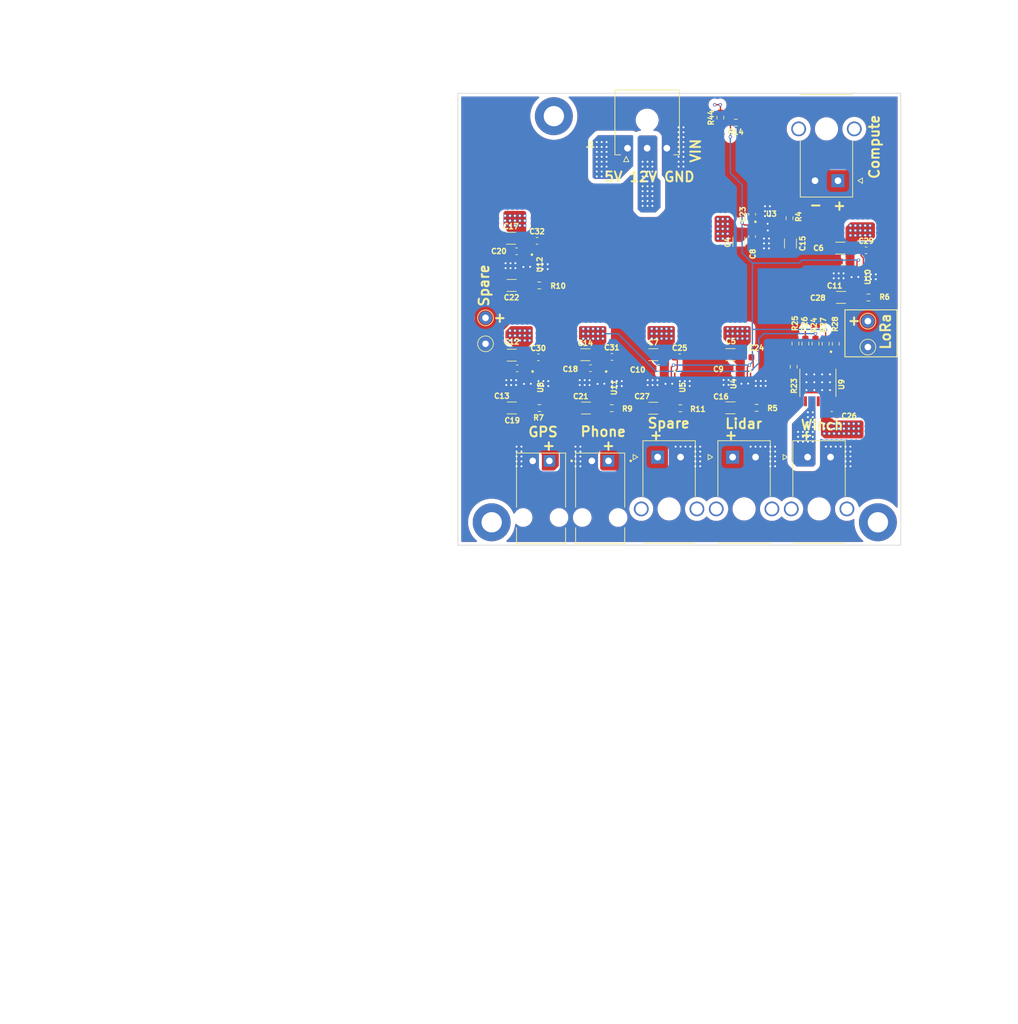
<source format=kicad_pcb>
(kicad_pcb (version 20241229) (generator "pcbnew") (generator_version "9.0")
  (layers (0 "F.Cu" signal) (4 "In1.Cu" power) (6 "In2.Cu" power) (2 "B.Cu" signal) (13 "F.Paste" user) (15 "B.Paste" user) (5 "F.SilkS" user "F.Silkscreen") (7 "B.SilkS" user "B.Silkscreen") (1 "F.Mask" user) (3 "B.Mask" user) (25 "Edge.Cuts" user))
  (net 0 "")
  (net 1 "GND")
  (net 2 "+12V")
  (net 3 "+5V")
  (net 4 "/+12V-3A")
  (net 5 "/+12V-2.5A")
  (net 6 "/+5V-2A")
  (net 7 "/+5V-3A_1")
  (net 8 "/+5V-3A_2")
  (net 9 "/+12V-1A")
  (net 10 "/+12V-0.2A")
  (net 13 "Net-(U9-ILIM)")
  (net 14 "Net-(U9-~{FAULT})")
  (net 15 "Net-(U9-SNS)")
  (net 16 "Net-(U9-LATCH)")
  (net 17 "Net-(U9-DIAG_EN)")
  (net 18 "Net-(U9-EN)")
  (net 20 "/+12V-7A")
  (net 29 "Net-(U3-DVDT)")
  (net 30 "Net-(U4-DVDT)")
  (net 31 "Net-(U5-DVDT)")
  (net 32 "Net-(U10-DVDT)")
  (net 33 "Net-(U8-DVDT)")
  (net 34 "Net-(U3-ILM)")
  (net 35 "Net-(U4-ILM)")
  (net 36 "Net-(U10-ILM)")
  (net 37 "Net-(U8-ILM)")
  (net 38 "Net-(U11-ILM)")
  (net 39 "Net-(U12-ILM)")
  (net 40 "Net-(U5-ILM)")
  (net 41 "/V_EN")
  (net 49 "Net-(U11-DVDT)")
  (net 50 "Net-(U12-DVDT)")
  (footprint "Library:TestPoint_Loop_D2.50mm_Drill1.0mm" (layer "F.Cu") (at 102.562 87.2498)
    (property "Reference" "TP4" (hide yes))
    (property "Value" "Spare")
  )
  (footprint "Library:SON50P200X200X80-9N" (layer "F.Cu") (at 130.7045 93.3573 -90)
    (property "Reference" "U5")
    (property "Value" "TPS259571DSGR")
  )
  (footprint "Resistor_SMD:R_0603_1608Metric" (layer "F.Cu") (at 140.812 53.4898 180)
    (property "Reference" "R14")
    (property "Value" "715k/0603/1%")
  )
  (footprint "Capacitor_SMD:C_0603_1608Metric" (layer "F.Cu") (at 121.862 89.2598)
    (property "Reference" "C31")
    (property "Value" "3.3nF/50V/0603")
  )
  (footprint "Library:MountingHole_3.1-5.8" (layer "F.Cu") (at 103.5 114.5)
    (property "Reference" "H3" (hide yes))
    (property "Value" "MountingHole_Pad")
  )
  (footprint "Capacitor_SMD:C_1206_3216Metric" (layer "F.Cu") (at 106.572 88.9898 180)
    (property "Reference" "C12")
    (property "Value" "10u/50V/1206")
  )
  (footprint "Capacitor_SMD:C_0603_1608Metric" (layer "F.Cu") (at 143.292 67.4698 90)
    (property "Reference" "C23")
    (property "Value" "3.3nF/50V/0603")
  )
  (footprint "Library:SON50P200X200X80-9N" (layer "F.Cu") (at 159.052 77.0673 -90)
    (property "Reference" "U10")
    (property "Value" "TPS259571DSGR")
  )
  (footprint "Capacitor_SMD:C_0603_1608Metric" (layer "F.Cu") (at 160.692 72.9898)
    (property "Reference" "C29")
    (property "Value" "3.3nF/50V/0603")
  )
  (footprint "Capacitor_SMD:C_1206_3216Metric" (layer "F.Cu") (at 117.812 88.9198 180)
    (property "Reference" "C14")
    (property "Value" "10u/50V/1206")
  )
  (footprint "Capacitor_SMD:C_1206_3216Metric" (layer "F.Cu") (at 156.862 80.1698 180)
    (property "Reference" "C28")
    (property "Value" "10u/50V/1206")
  )
  (footprint "Resistor_SMD:R_0603_1608Metric" (layer "F.Cu") (at 151.422 87.2248 -90)
    (property "Reference" "R26")
    (property "Value" "4.99k/0603/1%")
  )
  (footprint "Library:MountingHole_3.1-5.8" (layer "F.Cu") (at 162.5 114.5)
    (property "Reference" "H2" (hide yes))
    (property "Value" "MountingHole_Pad")
  )
  (footprint "Resistor_SMD:R_0603_1608Metric" (layer "F.Cu") (at 110.772 78.3398 180)
    (property "Reference" "R10")
    (property "Value" "590R/0603/1%")
  )
  (footprint "Library:SON50P200X200X80-9N" (layer "F.Cu") (at 145.6745 69.3698)
    (property "Reference" "U3")
    (property "Value" "TPS259571DSGR")
  )
  (footprint "Capacitor_SMD:C_0603_1608Metric" (layer "F.Cu") (at 143.947 89.3098)
    (property "Reference" "C24")
    (property "Value" "3.3nF/50V/0603")
  )
  (footprint "Library:TE_5-104361-1" (layer "F.Cu") (at 121.343875 105.12905 180)
    (property "Reference" "Phone1" (hide yes))
    (property "Value" "5-104361-1")
  )
  (footprint "Capacitor_SMD:C_1206_3216Metric" (layer "F.Cu") (at 117.912 97.0598 180)
    (property "Reference" "C21")
    (property "Value" "10u/50V/1206")
  )
  (footprint "Capacitor_SMD:C_0603_1608Metric" (layer "F.Cu") (at 110.432 71.5398)
    (property "Reference" "C32")
    (property "Value" "3.3nF/50V/0603")
  )
  (footprint "Resistor_SMD:R_0603_1608Metric" (layer "F.Cu") (at 149.632 90.7598 90)
    (property "Reference" "R23")
    (property "Value" "12.7k/0603/1%")
  )
  (footprint "Capacitor_SMD:C_1206_3216Metric" (layer "F.Cu") (at 106.582 97.0498 180)
    (property "Reference" "C19")
    (property "Value" "10u/50V/1206")
  )
  (footprint "Capacitor_SMD:C_1206_3216Metric" (layer "F.Cu") (at 149.142 71.9348 -90)
    (property "Reference" "C15")
    (property "Value" "1uF/50V/1206")
  )
  (footprint "Capacitor_SMD:C_1206_3216Metric" (layer "F.Cu") (at 141.262 71.6798 -90)
    (property "Reference" "C4")
    (property "Value" "10u/50V/1206")
  )
  (footprint "Library:SON50P200X200X80-9N" (layer "F.Cu") (at 120.242 93.3673 -90)
    (property "Reference" "U11")
    (property "Value" "TPS259571DSGR")
  )
  (footprint "Resistor_SMD:R_0603_1608Metric" (layer "F.Cu") (at 143.972 97.0298 180)
    (property "Reference" "R5")
    (property "Value" "681R/0603/1%")
  )
  (footprint "Library:TestPoint_Loop_D2.50mm_Drill1.0mm" (layer "F.Cu") (at 160.962 87.7498)
    (property "Reference" "TP2" (hide yes))
    (property "Value" "Lora")
  )
  (footprint "Resistor_SMD:R_0603_1608Metric" (layer "F.Cu") (at 110.792 97.0598 180)
    (property "Reference" "R7")
    (property "Value" "806R/0603/1%")
  )
  (footprint "Capacitor_SMD:C_1206_3216Metric" (layer "F.Cu") (at 156.762 72.6398 180)
    (property "Reference" "C6")
    (property "Value" "10u/50V/1206")
  )
  (footprint "Library:IC_TPS1HC30BQPWPRQ1" (layer "F.Cu") (at 153.382 93.1198 -90)
    (property "Reference" "U9")
    (property "Value" "TPS1HC30BQPWPRQ1")
  )
  (footprint "Resistor_SMD:R_0603_1608Metric" (layer "F.Cu") (at 138.442 52.7298 90)
    (property "Reference" "R44")
    (property "Value" "1M/0603/1%")
  )
  (footprint "Library:MOLEX_1723103102" (layer "F.Cu") (at 140.307625 104.5498)
    (property "Reference" "Lidar1" (hide yes))
    (property "Value" "1723103102")
  )
  (footprint "Capacitor_SMD:C_0603_1608Metric" (layer "F.Cu") (at 155.452 98.0998)
    (property "Reference" "C26")
    (property "Value" "100n/50V/0603")
  )
  (footprint "Capacitor_SMD:C_1206_3216Metric" (layer "F.Cu") (at 139.982 97.0298 180)
    (property "Reference" "C16")
    (property "Value" "10u/50V/1206")
  )
  (footprint "Capacitor_SMD:C_1206_3216Metric" (layer "F.Cu") (at 106.452 71.1398 180)
    (property "Reference" "C17")
    (property "Value" "10u/50V/1206")
  )
  (footprint "Capacitor_SMD:C_0603_1608Metric" (layer "F.Cu") (at 132.222 89.3198)
    (property "Reference" "C25")
    (property "Value" "3.3nF/50V/0603")
  )
  (footprint "Library:MountingHole_3.1-5.8" (layer "F.Cu") (at 113 52.5)
    (property "Reference" "H1" (hide yes))
    (property "Value" "MountingHole_Pad")
  )
  (footprint "Library:MOLEX_1723103102" (layer "F.Cu") (at 156.392 62.3498 180)
    (property "Reference" "Computer1" (hide yes))
    (property "Value" "1723103102")
  )
  (footprint "Resistor_SMD:R_0603_1608Metric" (layer "F.Cu") (at 154.512 87.2348 -90)
    (property "Reference" "R27")
    (property "Value" "4.99k/0603/1%")
  )
  (footprint "Library:TestPoint_Loop_D2.50mm_Drill1.0mm" (layer "F.Cu") (at 160.962 83.7898)
    (property "Reference" "TP1" (hide yes))
    (property "Value" "Lora")
  )
  (footprint "Capacitor_SMD:C_0603_1608Metric" (layer "F.Cu") (at 118.592 90.9698 180)
    (property "Reference" "C18")
    (property "Value" "100n/50V/0603")
  )
  (footprint "Resistor_SMD:R_0603_1608Metric" (layer "F.Cu") (at 156.062 87.2448 -90)
    (property "Reference" "R28")
    (property "Value" "4.99k/0603/1%")
  )
  (footprint "Library:SON50P200X200X80-9N" (layer "F.Cu") (at 108.892 75.5273 -90)
    (property "Reference" "U12")
    (property "Value" "TPS259571DSGR")
  )
  (footprint "Library:MOLEX_1723103102" (layer "F.Cu") (at 151.762 104.5498)
    (property "Reference" "Winch1" (hide yes))
    (property "Value" "1723103102")
  )
  (footprint "Capacitor_SMD:C_0603_1608Metric" (layer "F.Cu") (at 107.302 73.1298 180)
    (property "Reference" "C20")
    (property "Value" "100n/50V/0603")
  )
  (footprint "Capacitor_SMD:C_1206_3216Metric" (layer "F.Cu") (at 139.982 88.8998 180)
    (property "Reference" "C5")
    (property "Value" "10u/50V/1206")
  )
  (footprint "Capacitor_SMD:C_1206_3216Metric" (layer "F.Cu") (at 128.202 88.9198 180)
    (property "Reference" "C7")
    (property "Value" "10u/50V/1206")
  )
  (footprint "Capacitor_SMD:C_1206_3216Metric" (layer "F.Cu") (at 128.192 97.0798 180)
    (property "Reference" "C27")
    (property "Value" "10u/50V/1206")
  )
  (footprint "Library:MOLEX_1723103102" (layer "F.Cu") (at 128.85325 104.5498)
    (property "Reference" "Spare1" (hide yes))
    (property "Value" "1723103102")
  )
  (footprint "Resistor_SMD:R_0603_1608Metric" (layer "F.Cu") (at 149.002 68.0748 -90)
    (property "Reference" "R4")
    (property "Value" "590R/0603/1%")
  )
  (footprint "Library:TE_5-104361-1" (layer "F.Cu") (at 112.3145 105.12905 180)
    (property "Reference" "GPS1" (hide yes))
    (property "Value" "5-104361-1")
  )
  (footprint "Capacitor_SMD:C_0603_1608Metric" (layer "F.Cu") (at 143.282 70.8798 -90)
    (property "Reference" "C8")
    (property "Value" "100n/50V/0603")
  )
  (footprint "Library:TestPoint_Loop_D2.50mm_Drill1.0mm" (layer "F.Cu") (at 102.562 83.2898)
    (property "Reference" "TP3" (hide yes))
    (property "Value" "Spare")
  )
  (footprint "Library:SON50P200X200X80-9N" (layer "F.Cu") (at 109.002 93.3673 -90)
    (property "Reference" "U8")
    (property "Value" "TPS259571DSGR")
  )
  (footprint "Capacitor_SMD:C_0603_1608Metric" (layer "F.Cu") (at 107.402 90.9998 180)
    (property "Reference" "C13")
    (property "Value" "100n/50V/0603")
  )
  (footprint "Capacitor_SMD:C_0603_1608Metric" (layer "F.Cu") (at 129.002 90.9498 180)
    (property "Reference" "C10")
    (property "Value" "100n/50V/0603")
  )
  (footprint "Capacitor_SMD:C_0603_1608Metric" (layer "F.Cu") (at 110.637 89.3098)
    (property "Reference" "C30")
    (property "Value" "3.3nF/50V/0603")
  )
  (footprint "Resistor_SMD:R_0603_1608Metric" (layer "F.Cu") (at 121.852 97.0798 180)
    (property "Reference" "R9")
    (property "Value" "590R/0603/1%")
  )
  (footprint "Capacitor_SMD:C_0603_1608Metric" (layer "F.Cu") (at 140.762 90.9498 180)
    (property "Reference" "C9")
    (property "Value" "100n/50V/0603")
  )
  (footprint "Resistor_SMD:R_0603_1608Metric" (layer "F.Cu") (at 152.962 87.2248 90)
    (property "Reference" "R24")
    (property "Value" "10k/0603/1%")
  )
  (footprint "Capacitor_SMD:C_1206_3216Metric" (layer "F.Cu") (at 106.542 78.3398 180)
    (property "Reference" "C22")
    (property "Value" "10u/50V/1206")
  )
  (footprint "Resistor_SMD:R_0603_1608Metric" (layer "F.Cu") (at 149.902 87.2148 90)
    (property "Reference" "R25")
    (property "Value" "1k/0603/1%")
  )
  (footprint "Resistor_SMD:R_0603_1608Metric" (layer "F.Cu") (at 161.052 80.1898 180)
    (property "Reference" "R6")
    (property "Value" "4.22k/0603/1%")
  )
  (footprint "Capacitor_SMD:C_0603_1608Metric" (layer "F.Cu") (at 157.472 74.6798 180)
    (property "Reference" "C11")
    (property "Value" "100n/50V/0603")
  )
  (footprint "Library:MOLEX_2157601003" (layer "F.Cu") (at 124.252 57.3898 180)
    (property "Reference" "J1")
    (property "Value" "2157601003")
  )
  (footprint "Library:SON50P200X200X80-9N" (layer "F.Cu") (at 142.302 93.3573 -90)
    (property "Reference" "U4")
    (property "Value" "TPS259571DSGR")
  )
  (footprint "Resistor_SMD:R_0603_1608Metric" (layer "F.Cu") (at 132.332 97.0898 180)
    (property "Reference" "R11")
    (property "Value" "1.82k/0603/1%")
  )
  (gr_rect (start 157.462 82.0698) (end 165.422 89.2398) (stroke (width 0.15)) (fill no) (layer "F.SilkS"))
  (gr_rect (start 98.349 49) (end 166 118) (stroke (width 0.1)) (fill no) (layer "Edge.Cuts"))
  (gr_text "Spare" (at 127.162 100.2598 0) (layer "F.SilkS") (effects (font (size 1.5 1.5) (thickness 0.3) (bold yes)) (justify left bottom)))
  (gr_text "Compute" (at 162.832 62.2398 90) (layer "F.SilkS") (effects (font (size 1.5 1.5) (thickness 0.3) (bold yes)) (justify left bottom)))
  (gr_text "+" (at 139.292 100.1498 270) (layer "F.SilkS") (effects (font (size 1.5 1.5) (thickness 0.3) (bold yes)) (justify left bottom)))
  (gr_text "VIN\n" (at 135.532 59.7498 90) (layer "F.SilkS") (effects (font (size 1.5 1.5) (thickness 0.3) (bold yes)) (justify left bottom)))
  (gr_text "+" (at 120.572 101.7398 270) (layer "F.SilkS") (effects (font (size 1.5 1.5) (thickness 0.3) (bold yes)) (justify left bottom)))
  (gr_text "GPS" (at 108.932 101.5898 0) (layer "F.SilkS") (effects (font (size 1.5 1.5) (thickness 0.3) (bold yes)) (justify left bottom)))
  (gr_text "Lidar" (at 139.012 100.3198 0) (layer "F.SilkS") (effects (font (size 1.5 1.5) (thickness 0.3) (bold yes)) (justify left bottom)))
  (gr_text "+" (at 111.462 101.7398 270) (layer "F.SilkS") (effects (font (size 1.5 1.5) (thickness 0.3) (bold yes)) (justify left bottom)))
  (gr_text "+" (at 155.852 65.0998 270) (layer "F.SilkS") (effects (font (size 1.5 1.5) (thickness 0.3) (bold yes)) (justify left bottom)))
  (gr_text "-" (at 151.882 66.9098 0) (layer "F.SilkS") (effects (font (size 1.5 1.5) (thickness 0.3) (bold yes)) (justify left bottom)))
  (gr_text "+" (at 103.972 82.2098 270) (layer "F.SilkS") (effects (font (size 1.5 1.5) (thickness 0.3) (bold yes)) (justify left bottom)))
  (gr_text "Phone\n" (at 116.912 101.5398 0) (layer "F.SilkS") (effects (font (size 1.5 1.5) (thickness 0.3) (bold yes)) (justify left bottom)))
  (gr_text "Spare" (at 103.202 81.7198 90) (layer "F.SilkS") (effects (font (size 1.5 1.5) (thickness 0.3) (bold yes)) (justify left bottom)))
  (gr_text "Winch" (at 150.562 100.5298 0) (layer "F.SilkS") (effects (font (size 1.5 1.5) (thickness 0.3) (bold yes)) (justify left bottom)))
  (gr_text "+" (at 150.812 100.1398 270) (layer "F.SilkS") (effects (font (size 1.5 1.5) (thickness 0.3) (bold yes)) (justify left bottom)))
  (gr_text "LoRa " (at 164.552 88.2898 90) (layer "F.SilkS") (effects (font (size 1.5 1.5) (thickness 0.3) (bold yes)) (justify left bottom)))
  (gr_text "5V 12V GND" (at 120.542 62.6398 0) (layer "F.SilkS") (effects (font (size 1.5 1.5) (thickness 0.3) (bold yes)) (justify left bottom)))
  (gr_text "+" (at 158.092 82.6598 270) (layer "F.SilkS") (effects (font (size 1.5 1.5) (thickness 0.3) (bold yes)) (justify left bottom)))
  (gr_text "+" (at 127.842 100.1498 270) (layer "F.SilkS") (effects (font (size 1.5 1.5) (thickness 0.3) (bold yes)) (justify left bottom)))
  (via (at 127.327 93.5498) (size 0.5) (drill 0.3) (layers "F.Cu" "B.Cu") (net 1))
  (via (at 120.702 93.3498) (size 0.5) (drill 0.3) (layers "F.Cu" "B.Cu") (net 1))
  (via (at 132.802 56.4498) (size 0.5) (drill 0.3) (layers "F.Cu" "B.Cu") (net 1))
  (via (at 128.077 92.7998) (size 0.5) (drill 0.3) (layers "F.Cu" "B.Cu") (net 1))
  (via (at 107.302 102.9498) (size 0.5) (drill 0.3) (layers "F.Cu" "B.Cu") (net 1))
  (via (at 133.85325 102.9498) (size 0.5) (drill 0.3) (layers "F.Cu" "B.Cu") (net 1))
  (via (at 135.35325 105.9498) (size 0.5) (drill 0.3) (layers "F.Cu" "B.Cu") (net 1))
  (via (at 128.077 93.5498) (size 0.5) (drill 0.3) (layers "F.Cu" "B.Cu") (net 1))
  (via (at 116.952 92.7998) (size 0.5) (drill 0.3) (layers "F.Cu" "B.Cu") (net 1))
  (via (at 108.052 104.4498) (size 0.5) (drill 0.3) (layers "F.Cu" "B.Cu") (net 1))
  (via (at 157.252 77.2473) (size 0.5) (drill 0.3) (layers "F.Cu" "B.Cu") (net 1))
  (via (at 156.802 102.9498) (size 0.5) (drill 0.3) (layers "F.Cu" "B.Cu") (net 1))
  (via (at 145.852 71.9248) (size 0.5) (drill 0.3) (layers "F.Cu" "B.Cu") (net 1))
  (via (at 132.802 54.1998) (size 0.5) (drill 0.3) (layers "F.Cu" "B.Cu") (net 1))
  (via (at 108.052 102.9498) (size 0.5) (drill 0.3) (layers "F.Cu" "B.Cu") (net 1))
  (via (at 116.302 105.1998) (size 0.5) (drill 0.3) (layers "F.Cu" "B.Cu") (net 1))
  (via (at 145.677 69.9498) (size 0.5) (drill 0.3) (layers "F.Cu" "B.Cu") (net 1))
  (via (at 134.60325 104.4498) (size 0.5) (drill 0.3) (layers "F.Cu" "B.Cu") (net 1))
  (via (at 157.552 104.4498) (size 0.5) (drill 0.3) (layers "F.Cu" "B.Cu") (net 1))
  (via (at 146.002 67.7498) (size 0.5) (drill 0.3) (layers "F.Cu" "B.Cu") (net 1))
  (via (at 134.60325 103.6998) (size 0.5) (drill 0.3) (layers "F.Cu" "B.Cu") (net 1))
  (via (at 143.052 102.9498) (size 0.5) (drill 0.3) (layers "F.Cu" "B.Cu") (net 1))
  (via (at 116.302 104.4498) (size 0.5) (drill 0.3) (layers "F.Cu" "B.Cu") (net 1))
  (via (at 127.327 92.7998) (size 0.5) (drill 0.3) (layers "F.Cu" "B.Cu") (net 1))
  (via (at 146.802 105.1998) (size 0.5) (drill 0.3) (layers "F.Cu" "B.Cu") (net 1))
  (via (at 109.477 93.3498) (size 0.5) (drill 0.3) (layers "F.Cu" "B.Cu") (net 1))
  (via (at 112.152 93.6998) (size 0.5) (drill 0.3) (layers "F.Cu" "B.Cu") (net 1))
  (via (at 111.402 93.6998) (size 0.5) (drill 0.3) (layers "F.Cu" "B.Cu") (net 1))
  (via (at 145.252 66.9998) (size 0.5) (drill 0.3) (layers "F.Cu" "B.Cu") (net 1))
  (via (at 146.002 66.9998) (size 0.5) (drill 0.3) (layers "F.Cu" "B.Cu") (net 1))
  (via (at 135.35325 103.6998) (size 0.5) (drill 0.3) (layers "F.Cu" "B.Cu") (net 1))
  (via (at 141.652 93.3498) (size 0.5) (drill 0.3) (layers "F.Cu" "B.Cu") (net 1))
  (via (at 132.052 58.6998) (size 0.5) (drill 0.3) (layers "F.Cu" "B.Cu") (net 1))
  (via (at 122.627 93.6998) (size 0.5) (drill 0.3) (layers "F.Cu" "B.Cu") (net 1))
  (via (at 107.227 92.7998) (size 0.5) (drill 0.3) (layers "F.Cu" "B.Cu") (net 1))
  (via (at 145.252 66.2498) (size 0.5) (drill 0.3) (layers "F.Cu" "B.Cu") (net 1))
  (via (at 130.052 93.3748) (size 0.5) (drill 0.3) (layers "F.Cu" "B.Cu") (net 1))
  (via (at 144.552 102.9498) (size 0.5) (drill 0.3) (layers "F.Cu" "B.Cu") (net 1))
  (via (at 107.127 75.6998) (size 0.5) (drill 0.3) (layers "F.Cu" "B.Cu") (net 1))
  (via (at 134.60325 105.9498) (size 0.5) (drill 0.3) (layers "F.Cu" "B.Cu") (net 1))
  (via (at 116.302 103.6998) (size 0.5) (drill 0.3) (layers "F.Cu" "B.Cu") (net 1))
  (via (at 143.852 93.6748) (size 0.5) (drill 0.3) (layers "F.Cu" "B.Cu") (net 1))
  (via (at 119.677 93.3748) (size 0.5) (drill 0.3) (layers "F.Cu" "B.Cu") (net 1))
  (via (at 157.552 105.1998) (size 0.5) (drill 0.3) (layers "F.Cu" "B.Cu") (net 1))
  (via (at 112.152 92.9498) (size 0.5) (drill 0.3) (layers "F.Cu" "B.Cu") (net 1))
  (via (at 110.552 75.8498) (size 0.5) (drill 0.3) (layers "F.Cu" "B.Cu") (net 1))
  (via (at 160.677 77.3973) (size 0.5) (drill 0.3) (layers "F.Cu" "B.Cu") (net 1))
  (via (at 132.802 58.6998) (size 0.5) (drill 0.3) (layers "F.Cu" "B.Cu") (net 1))
  (via (at 122.627 92.9498) (size 0.5) (drill 0.3) (layers "F.Cu" "B.Cu") (net 1))
  (via (at 144.602 93.6748) (size 0.5) (drill 0.3) (layers "F.Cu" "B.Cu") (net 1))
  (via (at 138.927 93.5248) (size 0.5) (drill 0.3) (layers "F.Cu" "B.Cu") (net 1))
  (via (at 146.802 103.6998) (size 0.5) (drill 0.3) (layers "F.Cu" "B.Cu") (net 1))
  (via (at 108.452 93.3748) (size 0.5) (drill 0.3) (layers "F.Cu" "B.Cu") (net 1))
  (via (at 131.077 93.3498) (size 0.5) (drill 0.3) (layers "F.Cu" "B.Cu") (net 1))
  (via (at 133.752 92.9498) (size 0.5) (drill 0.3) (layers "F.Cu" "B.Cu") (net 1))
  (via (at 135.35325 104.4498) (size 0.5) (drill 0.3) (layers "F.Cu" "B.Cu") (net 1))
  (via (at 132.802 57.9498) (size 0.5) (drill 0.3) (layers "F.Cu" "B.Cu") (net 1))
  (via (at 107.302 105.9498) (size 0.5) (drill 0.3) (layers "F.Cu" "B.Cu") (net 1))
  (via (at 145.102 71.9248) (size 0.5) (drill 0.3) (layers "F.Cu" "B.Cu") (net 1))
  (via (at 108.052 105.1998) (size 0.5) (drill 0.3) (layers "F.Cu" "B.Cu") (net 1))
  (via (at 146.802 105.9498) (size 0.5) (drill 0.3) (layers "F.Cu" "B.Cu") (net 1))
  (via (at 158.302 102.9498) (size 0.5) (drill 0.3) (layers "F.Cu" "B.Cu") (net 1))
  (via (at 145.852 71.1748) (size 0.5) (drill 0.3) (layers "F.Cu" "B.Cu") (net 1))
  (via (at 146.002 66.2498) (size 0.5) (drill 0.3) (layers "F.Cu" "B.Cu") (net 1))
  (via (at 158.302 105.1998) (size 0.5) (drill 0.3) (layers "F.Cu" "B.Cu") (net 1))
  (via (at 121.877 92.9498) (size 0.5) (drill 0.3) (layers "F.Cu" "B.Cu") (net 1))
  (via (at 106.477 92.7998) (size 0.5) (drill 0.3) (layers "F.Cu" "B.Cu") (net 1))
  (via (at 132.802 57.1998) (size 0.5) (drill 0.3) (layers "F.Cu" "B.Cu") (net 1))
  (via (at 107.127 74.9498) (size 0.5) (drill 0.3) (layers "F.Cu" "B.Cu") (net 1))
  (via (at 162.177 76.6473) (size 0.5) (drill 0.3) (layers "F.Cu" "B.Cu") (net 1))
  (via (at 132.802 55.6998) (size 0.5) (drill 0.3) (layers "F.Cu" "B.Cu") (net 1))
  (via (at 105.627 75.6998) (size 0.5) (drill 0.3) (layers "F.Cu" "B.Cu") (net 1))
  (via (at 116.302 105.9498) (size 0.5) (drill 0.3) (layers "F.Cu" "B.Cu") (net 1))
  (via (at 135.35325 105.1998) (size 0.5) (drill 0.3) (layers "F.Cu" "B.Cu") (net 1))
  (via (at 132.802 59.4498) (size 0.5) (drill 0.3) (layers "F.Cu" "B.Cu") (net 1))
  (via (at 158.302 103.6998) (size 0.5) (drill 0.3) (layers "F.Cu" "B.Cu") (net 1))
  (via (at 132.252 92.9498) (size 0.5) (drill 0.3) (layers "F.Cu" "B.Cu") (net 1))
  (via (at 145.352 93.6748) (size 0.5) (drill 0.3) (layers "F.Cu" "B.Cu") (net 1))
  (via (at 110.552 75.0998) (size 0.5) (drill 0.3) (layers "F.Cu" "B.Cu") (net 1))
  (via (at 142.677 93.3248) (size 0.5) (drill 0.3) (layers "F.Cu" "B.Cu") (net 1))
  (via (at 157.552 102.9498) (size 0.5) (drill 0.3) (layers "F.Cu" "B.Cu") (net 1))
  (via (at 134.60325 105.1998) (size 0.5) (drill 0.3) (layers "F.Cu" "B.Cu") (net 1))
  (via (at 111.302 75.8498) (size 0.5) (drill 0.3) (layers "F.Cu" "B.Cu") (net 1))
  (via (at 134.60325 102.9498) (size 0.5) (drill 0.3) (layers "F.Cu" "B.Cu") (net 1))
  (via (at 112.052 75.0998) (size 0.5) (drill 0.3) (layers "F.Cu" "B.Cu") (net 1))
  (via (at 105.727 93.5498) (size 0.5) (drill 0.3) (layers "F.Cu" "B.Cu") (net 1))
  (via (at 157.552 105.9498) (size 0.5) (drill 0.3) (layers "F.Cu" "B.Cu") (net 1))
  (via (at 140.427 92.7748) (size 0.5) (drill 0.3) (layers "F.Cu" "B.Cu") (net 1))
  (via (at 145.252 67.7498) (size 0.5) (drill 0.3) (layers "F.Cu" "B.Cu") (net 1))
  (via (at 132.052 54.1998) (size 0.5) (drill 0.3) (layers "F.Cu" "B.Cu") (net 1))
  (via (at 146.052 104.4498) (size 0.5) (drill 0.3) (layers "F.Cu" "B.Cu") (net 1))
  (via (at 160.677 76.6473) (size 0.5) (drill 0.3) (layers "F.Cu" "B.Cu") (net 1))
  (via (at 156.502 76.4973) (size 0.5) (drill 0.3) (layers "F.Cu" "B.Cu") (net 1))
  (via (at 105.727 92.7998) (size 0.5) (drill 0.3) (layers "F.Cu" "B.Cu") (net 1))
  (via (at 145.302 102.9498) (size 0.5) (drill 0.3) (layers "F.Cu" "B.Cu") (net 1))
  (via (at 110.652 93.6998) (size 0.5) (drill 0.3) (layers "F.Cu" "B.Cu") (net 1))
  (via (at 117.052 104.4498) (size 0.5) (drill 0.3) (layers "F.Cu" "B.Cu") (net 1))
  (via (at 106.477 93.5498) (size 0.5) (drill 0.3) (layers "F.Cu" "B.Cu") (net 1))
  (via (at 128.827 92.7998) (size 0.5) (drill 0.3) (layers "F.Cu" "B.Cu") (net 1))
  (via (at 145.352 92.9248) (size 0.5) (drill 0.3) (layers "F.Cu" "B.Cu") (net 1))
  (via (at 121.877 93.6998) (size 0.5) (drill 0.3) (layers "F.Cu" "B.Cu") (net 1))
  (via (at 161.427 76.6473) (size 0.5) (drill 0.3) (layers "F.Cu" "B.Cu") (net 1))
  (via (at 146.802 104.4498) (size 0.5) (drill 0.3) (layers "F.Cu" "B.Cu") (net 1))
  (via (at 158.477 77.0723) (size 0.5) (drill 0.3) (layers "F.Cu" "B.Cu") (net 1))
  (via (at 143.802 102.9498) (size 0.5) (drill 0.3) (layers "F.Cu" "B.Cu") (net 1))
  (via (at 107.302 104.4498) (size 0.5) (drill 0.3) (layers "F.Cu" "B.Cu") (net 1))
  (via (at 158.302 104.4498) (size 0.5) (drill 0.3) (layers "F.Cu" "B.Cu") (net 1))
  (via (at 132.052 55.6998) (size 0.5) (drill 0.3) (layers "F.Cu" "B.Cu") (net 1))
  (via (at 112.052 75.8498) (size 0.5) (drill 0.3) (layers "F.Cu" "B.Cu") (net 1))
  (via (at 105.627 74.9498) (size 0.5) (drill 0.3) (layers "F.Cu" "B.Cu") (net 1))
  (via (at 111.302 75.0998) (size 0.5) (drill 0.3) (layers "F.Cu" "B.Cu") (net 1))
  (via (at 162.177 77.3973) (size 0.5) (drill 0.3) (layers "F.Cu" "B.Cu") (net 1))
  (via (at 154.552 102.9498) (size 0.5) (drill 0.3) (layers "F.Cu" "B.Cu") (net 1))
  (via (at 108.352 75.5248) (size 0.5) (drill 0.3) (layers "F.Cu" "B.Cu") (net 1))
  (via (at 161.427 77.3973) (size 0.5) (drill 0.3) (layers "F.Cu" "B.Cu") (net 1))
  (via (at 106.377 75.6998) (size 0.5) (drill 0.3) (layers "F.Cu" "B.Cu") (net 1))
  (via (at 138.927 92.7748) (size 0.5) (drill 0.3) (layers "F.Cu" "B.Cu") (net 1))
  (via (at 108.052 105.9498) (size 0.5) (drill 0.3) (layers "F.Cu" "B.Cu") (net 1))
  (via (at 146.052 103.6998) (size 0.5) (drill 0.3) (layers "F.Cu" "B.Cu") (net 1))
  (via (at 117.052 103.6998) (size 0.5) (drill 0.3) (layers "F.Cu" "B.Cu") (net 1))
  (via (at 132.052 57.9498) (size 0.5) (drill 0.3) (layers "F.Cu" "B.Cu") (net 1))
  (via (at 132.802 54.9498) (size 0.5) (drill 0.3) (layers "F.Cu" "B.Cu") (net 1))
  (via (at 128.827 93.5498) (size 0.5) (drill 0.3) (layers "F.Cu" "B.Cu") (net 1))
  (via (at 131.60325 102.9498) (size 0.5) (drill 0.3) (layers "F.Cu" "B.Cu") (net 1))
  (via (at 156.502 77.2473) (size 0.5) (drill 0.3) (layers "F.Cu" "B.Cu") (net 1))
  (via (at 146.802 102.9498) (size 0.5) (drill 0.3) (layers "F.Cu" "B.Cu") (net 1))
  (via (at 123.377 93.6998) (size 0.5) (drill 0.3) (layers "F.Cu" "B.Cu") (net 1))
  (via (at 132.052 54.9498) (size 0.5) (drill 0.3) (layers "F.Cu" "B.Cu") (net 1))
  (via (at 132.052 60.1998) (size 0.5) (drill 0.3) (layers "F.Cu" "B.Cu") (net 1))
  (via (at 111.402 92.9498) (size 0.5) (drill 0.3) (layers "F.Cu" "B.Cu") (net 1))
  (via (at 155.302 102.9498) (size 0.5) (drill 0.3) (layers "F.Cu" "B.Cu") (net 1))
  (via (at 143.852 92.9248) (size 0.5) (drill 0.3) (layers "F.Cu" "B.Cu") (net 1))
  (via (at 145.852 72.6748) (size 0.5) (drill 0.3) (layers "F.Cu" "B.Cu") (net 1))
  (via (at 155.752 77.2473) (size 0.5) (drill 0.3) (layers "F.Cu" "B.Cu") (net 1))
  (via (at 155.752 76.4973) (size 0.5) (drill 0.3) (layers "F.Cu" "B.Cu") (net 1))
  (via (at 116.952 93.5498) (size 0.5) (drill 0.3) (layers "F.Cu" "B.Cu") (net 1))
  (via (at 132.052 59.4498) (size 0.5) (drill 0.3) (layers "F.Cu" "B.Cu") (net 1))
  (via (at 140.427 93.5248) (size 0.5) (drill 0.3) (layers "F.Cu" "B.Cu") (net 1))
  (via (at 145.102 72.6748) (size 0.5) (drill 0.3) (layers "F.Cu" "B.Cu") (net 1))
  (via (at 146.052 105.9498) (size 0.5) (drill 0.3) (layers "F.Cu" "B.Cu") (net 1))
  (via (at 157.252 76.4973) (size 0.5) (drill 0.3) (layers "F.Cu" "B.Cu") (net 1))
  (via (at 117.052 102.9498) (size 0.5) (drill 0.3) (layers "F.Cu" "B.Cu") (net 1))
  (via (at 132.802 60.1998) (size 0.5) (drill 0.3) (layers "F.Cu" "B.Cu") (net 1))
  (via (at 133.10325 102.9498) (size 0.5) (drill 0.3) (layers "F.Cu" "B.Cu") (net 1))
  (via (at 106.377 74.9498) (size 0.5) (drill 0.3) (layers "F.Cu" "B.Cu") (net 1))
  (via (at 159.502 77.0473) (size 0.5) (drill 0.3) (layers "F.Cu" "B.Cu") (net 1))
  (via (at 117.702 92.7998) (size 0.5) (drill 0.3) (layers "F.Cu" "B.Cu") (net 1))
  (via (at 157.552 103.6998) (size 0.5) (drill 0.3) (layers "F.Cu" "B.Cu") (net 1))
  (via (at 139.677 92.7748) (size 0.5) (drill 0.3) (layers "F.Cu" "B.Cu") (net 1))
  (via (at 132.35325 102.9498) (size 0.5) (drill 0.3) (layers "F.Cu" "B.Cu") (net 1))
  (via (at 133.752 93.6998) (size 0.5) (drill 0.3) (layers "F.Cu" "B.Cu") (net 1))
  (via (at 107.302 103.6998) (size 0.5) (drill 0.3) (layers "F.Cu" "B.Cu") (net 1))
  (via (at 109.377 75.4998) (size 0.5) (drill 0.3) (layers "F.Cu" "B.Cu") (net 1))
  (via (at 107.227 93.5498) (size 0.5) (drill 0.3) (layers "F.Cu" "B.Cu") (net 1))
  (via (at 117.052 105.1998) (size 0.5) (drill 0.3) (layers "F.Cu" "B.Cu") (net 1))
  (via (at 118.452 92.7998) (size 0.5) (drill 0.3) (layers "F.Cu" "B.Cu") (net 1))
  (via (at 110.652 92.9498) (size 0.5) (drill 0.3) (layers "F.Cu" "B.Cu") (net 1))
  (via (at 135.35325 102.9498) (size 0.5) (drill 0.3) (layers "F.Cu" "B.Cu") (net 1))
  (via (at 158.302 105.9498) (size 0.5) (drill 0.3) (layers "F.Cu" "B.Cu") (net 1))
  (via (at 117.702 93.5498) (size 0.5) (drill 0.3) (layers "F.Cu" "B.Cu") (net 1))
  (via (at 118.452 93.5498) (size 0.5) (drill 0.3) (layers "F.Cu" "B.Cu") (net 1))
  (via (at 139.677 93.5248) (size 0.5) (drill 0.3) (layers "F.Cu" "B.Cu") (net 1))
  (via (at 146.052 105.1998) (size 0.5) (drill 0.3) (layers "F.Cu" "B.Cu") (net 1))
  (via (at 145.652 68.9248) (size 0.5) (drill 0.3) (layers "F.Cu" "B.Cu") (net 1))
  (via (at 133.002 93.6998) (size 0.5) (drill 0.3) (layers "F.Cu" "B.Cu") (net 1))
  (via (at 123.377 92.9498) (size 0.5) (drill 0.3) (layers "F.Cu" "B.Cu") (net 1))
  (via (at 145.102 71.1748) (size 0.5) (drill 0.3) (layers "F.Cu" "B.Cu") (net 1))
  (via (at 108.052 103.6998) (size 0.5) (drill 0.3) (layers "F.Cu" "B.Cu") (net 1))
  (via (at 107.302 105.1998) (size 0.5) (drill 0.3) (layers "F.Cu" "B.Cu") (net 1))
  (via (at 133.002 92.9498) (size 0.5) (drill 0.3) (layers "F.Cu" "B.Cu") (net 1))
  (via (at 116.302 102.9498) (size 0.5) (drill 0.3) (layers "F.Cu" "B.Cu") (net 1))
  (via (at 132.252 93.6998) (size 0.5) (drill 0.3) (layers "F.Cu" "B.Cu") (net 1))
  (via (at 144.602 92.9248) (size 0.5) (drill 0.3) (layers "F.Cu" "B.Cu") (net 1))
  (via (at 132.052 57.1998) (size 0.5) (drill 0.3) (layers "F.Cu" "B.Cu") (net 1))
  (via (at 132.052 56.4498) (size 0.5) (drill 0.3) (layers "F.Cu" "B.Cu") (net 1))
  (via (at 156.052 102.9498) (size 0.5) (drill 0.3) (layers "F.Cu" "B.Cu") (net 1))
  (via (at 146.052 102.9498) (size 0.5) (drill 0.3) (layers "F.Cu" "B.Cu") (net 1))
  (via (at 117.052 105.9498) (size 0.5) (drill 0.3) (layers "F.Cu" "B.Cu") (net 1))
  (segment (start 138.442 51.9048) (end 138.442 50.7648) (width 0.2) (layer "F.Cu") (net 2))
  (segment (start 138.442 50.7648) (end 138.427 50.7498) (width 0.2) (layer "F.Cu") (net 2))
  (segment (start 138.427 50.7498) (end 137.572 50.7498) (width 0.2) (layer "F.Cu") (net 2))
  (via (at 129.4545 84.9498) (size 0.5) (drill 0.3) (layers "F.Cu" "B.Cu") (net 2))
  (via (at 158.052 100.1998) (size 0.5) (drill 0.3) (layers "F.Cu" "B.Cu") (net 2))
  (via (at 156.552 100.9498) (size 0.5) (drill 0.3) (layers "F.Cu" "B.Cu") (net 2))
  (via (at 127.302 63.1998) (size 0.5) (drill 0.3) (layers "F.Cu" "B.Cu") (net 2))
  (via (at 126.552 66.1998) (size 0.5) (drill 0.3) (layers "F.Cu" "B.Cu") (net 2))
  (via (at 138.802 70.4498) (size 0.5) (drill 0.3) (layers "F.Cu" "B.Cu") (net 2))
  (via (at 138.052 71.1998) (size 0.5) (drill 0.3) (layers "F.Cu" "B.Cu") (net 2))
  (via (at 142.552 86.4498) (size 0.5) (drill 0.3) (layers "F.Cu" "B.Cu") (net 2))
  (via (at 161.302 69.9498) (size 0.5) (drill 0.3) (layers "F.Cu" "B.Cu") (net 2))
  (via (at 139.552 84.9498) (size 0.5) (drill 0.3) (layers "F.Cu" "B.Cu") (net 2))
  (via (at 139.552 68.1998) (size 0.5) (drill 0.3) (layers "F.Cu" "B.Cu") (net 2))
  (via (at 127.302 60.9498) (size 0.5) (drill 0.3) (layers "F.Cu" "B.Cu") (net 2))
  (via (at 126.552 61.6998) (size 0.5) (drill 0.3) (layers "F.Cu" "B.Cu") (net 2))
  (via (at 138.427 50.7498) (size 0.5) (drill 0.3) (layers "F.Cu" "B.Cu") (net 2))
  (via (at 159.052 70.6998) (size 0.5) (drill 0.3) (layers "F.Cu" "B.Cu") (net 2))
  (via (at 126.552 59.4498) (size 0.5) (drill 0.3) (layers "F.Cu" "B.Cu") (net 2))
  (via (at 126.552 63.9498) (size 0.5) (drill 0.3) (layers "F.Cu" "B.Cu") (net 2))
  (via (at 160.552 69.9498) (size 0.5) (drill 0.3) (layers "F.Cu" "B.Cu") (net 2))
  (via (at 126.552 64.6998) (size 0.5) (drill 0.3) (layers "F.Cu" "B.Cu") (net 2))
  (via (at 138.802 68.1998) (size 0.5) (drill 0.3) (layers "F.Cu" "B.Cu") (net 2))
  (via (at 138.052 70.4498) (size 0.5) (drill 0.3) (layers "F.Cu" "B.Cu") (net 2))
  (via (at 141.802 86.4498) (size 0.5) (drill 0.3) (layers "F.Cu" "B.Cu") (net 2))
  (via (at 159.552 99.4498) (size 0.5) (drill 0.3) (layers "F.Cu" "B.Cu") (net 2))
  (via (at 137.572 50.7498) (size 0.5) (drill 0.3) (layers "F.Cu" "B.Cu") (net 2))
  (via (at 139.552 68.9498) (size 0.5) (drill 0.3) (layers "F.Cu" "B.Cu") (net 2))
  (via (at 161.302 69.1998) (size 0.5) (drill 0.3) (layers "F.Cu" "B.Cu") (net 2))
  (via (at 130.2045 85.6998) (size 0.5) (drill 0.3) (layers "F.Cu" "B.Cu") (net 2))
  (via (at 130.2045 84.9498) (size 0.5) (drill 0.3) (layers "F.Cu" "B.Cu") (net 2))
  (via (at 160.552 69.1998) (size 0.5) (drill 0.3) (layers "F.Cu" "B.Cu") (net 2))
  (via (at 128.052 65.4498) (size 0.5) (drill 0.3) (layers "F.Cu" "B.Cu") (net 2))
  (via (at 128.052 63.1998) (size 0.5) (drill 0.3) (layers "F.Cu" "B.Cu") (net 2))
  (via (at 129.4545 86.4498) (size 0.5) (drill 0.3) (layers "F.Cu" "B.Cu") (net 2))
  (via (at 128.7045 86.4498) (size 0.5) (drill 0.3) (layers "F.Cu" "B.Cu") (net 2))
  (via (at 139.552 70.4498) (size 0.5) (drill 0.3) (layers "F.Cu" "B.Cu") (net 2))
  (via (at 128.052 61.6998) (size 0.5) (drill 0.3) (layers "F.Cu" "B.Cu") (net 2))
  (via (at 160.552 70.6998) (size 0.5) (drill 0.3) (layers "F.Cu" "B.Cu") (net 2))
  (via (at 159.802 70.6998) (size 0.5) (drill 0.3) (layers "F.Cu" "B.Cu") (net 2))
  (via (at 155.802 100.9498) (size 0.5) (drill 0.3) (layers "F.Cu" "B.Cu") (net 2))
  (via (at 159.552 100.1998) (size 0.5) (drill 0.3) (layers "F.Cu" "B.Cu") (net 2))
  (via (at 128.052 59.4498) (size 0.5) (drill 0.3) (layers "F.Cu" "B.Cu") (net 2))
  (via (at 141.052 84.9498) (size 0.5) (drill 0.3) (layers "F.Cu" "B.Cu") (net 2))
  (via (at 127.302 62.4498) (size 0.5) (drill 0.3) (layers "F.Cu" "B.Cu") (net 2))
  (via (at 139.552 85.6998) (size 0.5) (drill 0.3) (layers "F.Cu" "B.Cu") (net 2))
  (via (at 141.802 84.9498) (size 0.5) (drill 0.3) (layers "F.Cu" "B.Cu") (net 2))
  (via (at 141.802 85.6998) (size 0.5) (drill 0.3) (layers "F.Cu" "B.Cu") (net 2))
  (via (at 139.552 86.4498) (size 0.5) (drill 0.3) (layers "F.Cu" "B.Cu") (net 2))
  (via (at 130.9545 86.4498) (size 0.5) (drill 0.3) (layers "F.Cu" "B.Cu") (net 2))
  (via (at 155.802 100.1998) (size 0.5) (drill 0.3) (layers "F.Cu" "B.Cu") (net 2))
  (via (at 128.052 62.4498) (size 0.5) (drill 0.3) (layers "F.Cu" "B.Cu") (net 2))
  (via (at 156.552 99.4498) (size 0.5) (drill 0.3) (layers "F.Cu" "B.Cu") (net 2))
  (via (at 142.552 85.6998) (size 0.5) (drill 0.3) (layers "F.Cu" "B.Cu") (net 2))
  (via (at 138.802 71.1998) (size 0.5) (drill 0.3) (layers "F.Cu" "B.Cu") (net 2))
  (via (at 127.9545 85.6998) (size 0.5) (drill 0.3) (layers "F.Cu" "B.Cu") (net 2))
  (via (at 130.9545 85.6998) (size 0.5) (drill 0.3) (layers "F.Cu" "B.Cu") (net 2))
  (via (at 158.802 99.4498) (size 0.5) (drill 0.3) (layers "F.Cu" "B.Cu") (net 2))
  (via (at 142.552 84.9498) (size 0.5) (drill 0.3) (layers "F.Cu" "B.Cu") (net 2))
  (via (at 158.052 99.4498) (size 0.5) (drill 0.3) (layers "F.Cu" "B.Cu") (net 2))
  (via (at 127.302 65.4498) (size 0.5) (drill 0.3) (layers "F.Cu" "B.Cu") (net 2))
  (via (at 154.302 99.4498) (size 0.5) (drill 0.3) (layers "F.Cu" "B.Cu") (net 2))
  (via (at 127.302 66.1998) (size 0.5) (drill 0.3) (layers "F.Cu" "B.Cu") (net 2))
  (via (at 138.052 68.9498) (size 0.5) (drill 0.3) (layers "F.Cu" "B.Cu") (net 2))
  (via (at 139.552 69.6998) (size 0.5) (drill 0.3) (layers "F.Cu" "B.Cu") (net 2))
  (via (at 129.4545 85.6998) (size 0.5) (drill 0.3) (layers "F.Cu" "B.Cu") (net 2))
  (via (at 140.302 85.6998) (size 0.5) (drill 0.3) (layers "F.Cu" "B.Cu") (net 2))
  (via (at 140.302 84.9498) (size 0.5) (drill 0.3) (layers "F.Cu" "B.Cu") (net 2))
  (via (at 159.552 100.9498) (size 0.5) (drill 0.3) (layers "F.Cu" "B.Cu") (net 2))
  (via (at 159.802 69.1998) (size 0.5) (drill 0.3) (layers "F.Cu" "B.Cu") (net 2))
  (via (at 158.302 69.9498) (size 0.5) (drill 0.3) (layers "F.Cu" "B.Cu") (net 2))
  (via (at 140.302 86.4498) (size 0.5) (drill 0.3) (layers "F.Cu" "B.Cu") (net 2))
  (via (at 158.302 69.1998) (size 0.5) (drill 0.3) (layers "F.Cu" "B.Cu") (net 2))
  (via (at 158.802 100.9498) (size 0.5) (drill 0.3) (layers "F.Cu" "B.Cu") (net 2))
  (via (at 127.9545 84.9498) (size 0.5) (drill 0.3) (layers "F.Cu" "B.Cu") (net 2))
  (via (at 130.9545 84.9498) (size 0.5) (drill 0.3) (layers "F.Cu" "B.Cu") (net 2))
  (via (at 159.052 69.1998) (size 0.5) (drill 0.3) (layers "F.Cu" "B.Cu") (net 2))
  (via (at 138.802 69.6998) (size 0.5) (drill 0.3) (layers "F.Cu" "B.Cu") (net 2))
  (via (at 139.552 71.1998) (size 0.5) (drill 0.3) (layers "F.Cu" "B.Cu") (net 2))
  (via (at 127.302 59.4498) (size 0.5) (drill 0.3) (layers "F.Cu" "B.Cu") (net 2))
  (via (at 157.302 100.9498) (size 0.5) (drill 0.3) (layers "F.Cu" "B.Cu") (net 2))
  (via (at 126.552 65.4498) (size 0.5) (drill 0.3) (layers "F.Cu" "B.Cu") (net 2))
  (via (at 128.7045 85.6998) (size 0.5) (drill 0.3) (layers "F.Cu" "B.Cu") (net 2))
  (via (at 127.302 60.1998) (size 0.5) (drill 0.3) (layers "F.Cu" "B.Cu") (net 2))
  (via (at 126.552 60.9498) (size 0.5) (drill 0.3) (layers "F.Cu" "B.Cu") (net 2))
  (via (at 155.052 100.1998) (size 0.5) (drill 0.3) (layers "F.Cu" "B.Cu") (net 2))
  (via (at 138.802 68.9498) (size 0.5) (drill 0.3) (layers "F.Cu" "B.Cu") (net 2))
  (via (at 130.2045 86.4498) (size 0.5) (drill 0.3) (layers "F.Cu" "B.Cu") (net 2))
  (via (at 141.052 85.6998) (size 0.5) (drill 0.3) (layers "F.Cu" "B.Cu") (net 2))
  (via (at 158.802 100.1998) (size 0.5) (drill 0.3) (layers "F.Cu" "B.Cu") (net 2))
  (via (at 138.052 68.1998) (size 0.5) (drill 0.3) (layers "F.Cu" "B.Cu") (net 2))
  (via (at 128.052 64.6998) (size 0.5) (drill 0.3) (layers "F.Cu" "B.Cu") (net 2))
  (via (at 155.052 100.9498) (size 0.5) (drill 0.3) (layers "F.Cu" "B.Cu") (net 2))
  (via (at 127.302 64.6998) (size 0.5) (drill 0.3) (layers "F.Cu" "B.Cu") (net 2))
  (via (at 128.052 60.9498) (size 0.5) (drill 0.3) (layers "F.Cu" "B.Cu") (net 2))
  (via (at 128.052 66.1998) (size 0.5) (drill 0.3) (layers "F.Cu" "B.Cu") (net 2))
  (via (at 161.302 70.6998) (size 0.5) (drill 0.3) (layers "F.Cu" "B.Cu") (net 2))
  (via (at 141.052 86.4498) (size 0.5) (drill 0.3) (layers "F.Cu" "B.Cu") (net 2))
  (via (at 127.302 61.6998) (size 0.5) (drill 0.3) (layers "F.Cu" "B.Cu") (net 2))
  (via (at 138.052 69.6998) (size 0.5) (drill 0.3) (layers "F.Cu" "B.Cu") (net 2))
  (via (at 126.552 62.4498) (size 0.5) (drill 0.3) (layers "F.Cu" "B.Cu") (net 2))
  (via (at 157.302 100.1998) (size 0.5) (drill 0.3) (layers "F.Cu" "B.Cu") (net 2))
  (via (at 156.552 100.1998) (size 0.5) (drill 0.3) (layers "F.Cu" "B.Cu") (net 2))
  (via (at 128.7045 84.9498) (size 0.5) (drill 0.3) (layers "F.Cu" "B.Cu") (net 2))
  (via (at 159.052 69.9498) (size 0.5) (drill 0.3) (layers "F.Cu" "B.Cu") (net 2))
  (via (at 127.9545 86.4498) (size 0.5) (drill 0.3) (layers "F.Cu" "B.Cu") (net 2))
  (via (at 154.302 100.1998) (size 0.5) (drill 0.3) (layers "F.Cu" "B.Cu") (net 2))
  (via (at 126.552 60.1998) (size 0.5) (drill 0.3) (layers "F.Cu" "B.Cu") (net 2))
  (via (at 155.802 99.4498) (size 0.5) (drill 0.3) (layers "F.Cu" "B.Cu") (net 2))
  (via (at 158.302 70.6998) (size 0.5) (drill 0.3) (layers "F.Cu" "B.Cu") (net 2))
  (via (at 126.552 63.1998) (size 0.5) (drill 0.3) (layers "F.Cu" "B.Cu") (net 2))
  (via (at 154.302 100.9498) (size 0.5) (drill 0.3) (layers "F.Cu" "B.Cu") (net 2))
  (via (at 158.052 100.9498) (size 0.5) (drill 0.3) (layers "F.Cu" "B.Cu") (net 2))
  (via (at 155.052 99.4498) (size 0.5) (drill 0.3) (layers "F.Cu" "B.Cu") (net 2))
  (via (at 159.802 69.9498) (size 0.5) (drill 0.3) (layers "F.Cu" "B.Cu") (net 2))
  (via (at 128.052 60.1998) (size 0.5) (drill 0.3) (layers "F.Cu" "B.Cu") (net 2))
  (via (at 128.052 63.9498) (size 0.5) (drill 0.3) (layers "F.Cu" "B.Cu") (net 2))
  (via (at 157.302 99.4498) (size 0.5) (drill 0.3) (layers "F.Cu" "B.Cu") (net 2))
  (via (at 127.302 63.9498) (size 0.5) (drill 0.3) (layers "F.Cu" "B.Cu") (net 2))
  (segment (start 109.142 73.3898) (end 108.882 73.1298) (width 0.2) (layer "F.Cu") (net 3))
  (segment (start 152.962 85.6998) (end 152.962 86.3998) (width 0.2) (layer "F.Cu") (net 3))
  (segment (start 109.142 74.5423) (end 109.142 73.3898) (width 0.2) (layer "F.Cu") (net 3))
  (segment (start 109.252 91.1498) (end 109.252 92.3823) (width 0.2) (layer "F.Cu") (net 3))
  (segment (start 119.367 90.9698) (end 120.297 90.9698) (width 0.2) (layer "F.Cu") (net 3))
  (segment (start 120.492 92.3823) (end 120.492 91.1648) (width 0.2) (layer "F.Cu") (net 3))
  (segment (start 108.177 90.9998) (end 109.102 90.9998) (width 0.2) (layer "F.Cu") (net 3))
  (segment (start 109.102 90.9998) (end 109.252 91.1498) (width 0.2) (layer "F.Cu") (net 3))
  (segment (start 108.882 73.1298) (end 108.077 73.1298) (width 0.2) (layer "F.Cu") (net 3))
  (segment (start 120.297 90.9698) (end 120.492 91.1648) (width 0.2) (layer "F.Cu") (net 3))
  (via (at 121.052 60.1998) (size 0.5) (drill 0.3) (layers "F.Cu" "B.Cu") (net 3))
  (via (at 121.052 57.9498) (size 0.5) (drill 0.3) (layers "F.Cu" "B.Cu") (net 3))
  (via (at 106.302 69.1998) (size 0.5) (drill 0.3) (layers "F.Cu" "B.Cu") (net 3))
  (via (at 107.802 85.2398) (size 0.5) (drill 0.3) (layers "F.Cu" "B.Cu") (net 3))
  (via (at 119.552 60.1998) (size 0.5) (drill 0.3) (layers "F.Cu" "B.Cu") (net 3))
  (via (at 105.552 69.1998) (size 0.5) (drill 0.3) (layers "F.Cu" "B.Cu") (net 3))
  (via (at 119.552 59.4498) (size 0.5) (drill 0.3) (layers "F.Cu" "B.Cu") (net 3))
  (via (at 121.052 56.4498) (size 0.5) (drill 0.3) (layers "F.Cu" "B.Cu") (net 3))
  (via (at 119.742 84.9598) (size 0.5) (drill 0.3) (layers "F.Cu" "B.Cu") (net 3))
  (via (at 106.302 68.4498) (size 0.5) (drill 0.3) (layers "F.Cu" "B.Cu") (net 3))
  (via (at 118.992 85.7098) (size 0.5) (drill 0.3) (layers "F.Cu" "B.Cu") (net 3))
  (via (at 108.552 85.2398) (size 0.5) (drill 0.3) (layers "F.Cu" "B.Cu") (net 3))
  (via (at 119.552 61.6998) (size 0.5) (drill 0.3) (layers "F.Cu" "B.Cu") (net 3))
  (via (at 119.742 85.7098) (size 0.5) (drill 0.3) (layers "F.Cu" "B.Cu") (net 3))
  (via (at 120.492 85.7098) (size 0.5) (drill 0.3) (layers "F.Cu" "B.Cu") (net 3))
  (via (at 118.992 86.4598) (size 0.5) (drill 0.3) (layers "F.Cu" "B.Cu") (net 3))
  (via (at 119.552 60.9498) (size 0.5) (drill 0.3) (layers "F.Cu" "B.Cu") (net 3))
  (via (at 108.552 69.1998) (size 0.5) (drill 0.3) (layers "F.Cu" "B.Cu") (net 3))
  (via (at 120.302 58.6998) (size 0.5) (drill 0.3) (layers "F.Cu" "B.Cu") (net 3))
  (via (at 120.302 60.9498) (size 0.5) (drill 0.3) (layers "F.Cu" "B.Cu") (net 3))
  (via (at 120.302 59.4498) (size 0.5) (drill 0.3) (layers "F.Cu" "B.Cu") (net 3))
  (via (at 118.992 84.9598) (size 0.5) (drill 0.3) (layers "F.Cu" "B.Cu") (net 3))
  (via (at 121.052 61.6998) (size 0.5) (drill 0.3) (layers "F.Cu" "B.Cu") (net 3))
  (via (at 109.302 85.2398) (size 0.5) (drill 0.3) (layers "F.Cu" "B.Cu") (net 3))
  (via (at 117.492 84.9598) (size 0.5) (drill 0.3) (layers "F.Cu" "B.Cu") (net 3))
  (via (at 118.242 85.7098) (size 0.5) (drill 0.3) (layers "F.Cu" "B.Cu") (net 3))
  (via (at 117.492 85.7098) (size 0.5) (drill 0.3) (layers "F.Cu" "B.Cu") (net 3))
  (via (at 118.242 84.9598) (size 0.5) (drill 0.3) (layers "F.Cu" "B.Cu") (net 3))
  (via (at 107.052 85.9898) (size 0.5) (drill 0.3) (layers "F.Cu" "B.Cu") (net 3))
  (via (at 106.302 86.7398) (size 0.5) (drill 0.3) (layers "F.Cu" "B.Cu") (net 3))
  (via (at 107.052 85.2398) (size 0.5) (drill 0.3) (layers "F.Cu" "B.Cu") (net 3))
  (via (at 107.802 68.4498) (size 0.5) (drill 0.3) (layers "F.Cu" "B.Cu") (net 3))
  (via (at 108.552 67.6998) (size 0.5) (drill 0.3) (layers "F.Cu" "B.Cu") (net 3))
  (via (at 109.302 86.7398) (size 0.5) (drill 0.3) (layers "F.Cu" "B.Cu") (net 3))
  (via (at 106.302 85.2398) (size 0.5) (drill 0.3) (layers "F.Cu" "B.Cu") (net 3))
  (via (at 119.552 57.9498) (size 0.5) (drill 0.3) (layers "F.Cu" "B.Cu") (net 3))
  (via (at 108.552 86.7398) (size 0.5) (drill 0.3) (layers "F.Cu" "B.Cu") (net 3))
  (via (at 121.052 57.1998) (size 0.5) (drill 0.3) (layers "F.Cu" "B.Cu") (net 3))
  (via (at 120.302 57.1998) (size 0.5) (drill 0.3) (layers "F.Cu" "B.Cu") (net 3))
  (via (at 120.302 60.1998) (size 0.5) (drill 0.3) (layers "F.Cu" "B.Cu") (net 3))
  (via (at 105.552 67.6998) (size 0.5) (drill 0.3) (layers "F.Cu" "B.Cu") (net 3))
  (via (at 118.242 86.4598) (size 0.5) (drill 0.3) (layers "F.Cu" "B.Cu") (net 3))
  (via (at 119.552 58.6998) (size 0.5) (drill 0.3) (layers "F.Cu" "B.Cu") (net 3))
  (via (at 117.492 86.4598) (size 0.5) (drill 0.3) (layers "F.Cu" "B.Cu") (net 3))
  (via (at 120.302 61.6998) (size 0.5) (drill 0.3) (layers "F.Cu" "B.Cu") (net 3))
  (via (at 119.552 56.4498) (size 0.5) (drill 0.3) (layers "F.Cu" "B.Cu") (net 3))
  (via (at 121.052 59.4498) (size 0.5) (drill 0.3) (layers "F.Cu" "B.Cu") (net 3))
  (via (at 121.052 60.9498) (size 0.5) (drill 0.3) (layers "F.Cu" "B.Cu") (net 3))
  (via (at 108.552 68.4498) (size 0.5) (drill 0.3) (layers "F.Cu" "B.Cu") (net 3))
  (via (at 106.302 85.9898) (size 0.5) (drill 0.3) (layers "F.Cu" "B.Cu") (net 3))
  (via (at 152.962 85.6998) (size 0.5) (drill 0.3) (layers "F.Cu" "B.Cu") (net 3))
  (via (at 120.302 56.4498) (size 0.5) (drill 0.3) (layers "F.Cu" "B.Cu") (net 3))
  (via (at 120.302 57.9498) (size 0.5) (drill 0.3) (layers "F.Cu" "B.Cu") (net 3))
  (via (at 105.552 68.4498) (size 0.5) (drill 0.3) (layers "F.Cu" "B.Cu") (net 3))
  (via (at 107.052 68.4498) (size 0.5) (drill 0.3) (layers "F.Cu" "B.Cu") (net 3))
  (via (at 120.492 86.4598) (size 0.5) (drill 0.3) (layers "F.Cu" "B.Cu") (net 3))
  (via (at 109.302 85.9898) (size 0.5) (drill 0.3) (layers "F.Cu" "B.Cu") (net 3))
  (via (at 121.052 58.6998) (size 0.5) (drill 0.3) (layers "F.Cu" "B.Cu") (net 3))
  (via (at 107.052 86.7398) (size 0.5) (drill 0.3) (layers "F.Cu" "B.Cu") (net 3))
  (via (at 120.492 84.9598) (size 0.5) (drill 0.3) (layers "F.Cu" "B.Cu") (net 3))
  (via (at 107.802 85.9898) (size 0.5) (drill 0.3) (layers "F.Cu" "B.Cu") (net 3))
  (via (at 107.052 67.6998) (size 0.5) (drill 0.3) (layers "F.Cu" "B.Cu") (net 3))
  (via (at 107.802 69.1998) (size 0.5) (drill 0.3) (layers "F.Cu" "B.Cu") (net 3))
  (via (at 119.742 86.4598) (size 0.5) (drill 0.3) (layers "F.Cu" "B.Cu") (net 3))
  (via (at 107.802 67.6998) (size 0.5) (drill 0.3) (layers "F.Cu" "B.Cu") (net 3))
  (via (at 119.552 57.1998) (size 0.5) (drill 0.3) (layers "F.Cu" "B.Cu") (net 3))
  (via (at 108.552 85.9898) (size 0.5) (drill 0.3) (layers "F.Cu" "B.Cu") (net 3))
  (via (at 106.302 67.6998) (size 0.5) (drill 0.3) (layers "F.Cu" "B.Cu") (net 3))
  (via (at 107.802 86.7398) (size 0.5) (drill 0.3) (layers "F.Cu" "B.Cu") (net 3))
  (via (at 107.052 69.1998) (size 0.5) (drill 0.3) (layers "F.Cu" "B.Cu") (net 3))
  (segment (start 144.302 86.4498) (end 144.302 90.1998) (width 0.2) (layer "B.Cu") (net 3))
  (segment (start 145.052 85.6998) (end 144.302 86.4498) (width 0.2) (layer "B.Cu") (net 3))
  (segment (start 122.812 85.7098) (end 120.492 85.7098) (width 0.2) (layer "B.Cu") (net 3))
  (segment (start 144.302 90.1998) (end 143.052 91.4498) (width 0.2) (layer "B.Cu") (net 3))
  (segment (start 152.962 85.6998) (end 145.052 85.6998) (width 0.2) (layer "B.Cu") (net 3))
  (segment (start 128.552 91.4498) (end 122.812 85.7098) (width 0.2) (layer "B.Cu") (net 3))
  (segment (start 143.052 91.4498) (end 128.552 91.4498) (width 0.2) (layer "B.Cu") (net 3))
  (segment (start 149.642 89.9248) (end 149.632 89.9348) (width 0.2) (layer "F.Cu") (net 13))
  (segment (start 151.137 89.9248) (end 149.642 89.9248) (width 0.2) (layer "F.Cu") (net 13))
  (segment (start 151.432 90.2198) (end 151.137 89.9248) (width 0.2) (layer "F.Cu") (net 13))
  (segment (start 153.382 89.2298) (end 152.962 88.8098) (width 0.2) (layer "F.Cu") (net 14))
  (segment (start 153.382 90.2198) (end 153.382 89.2298) (width 0.2) (layer "F.Cu") (net 14))
  (segment (start 152.962 88.8098) (end 152.962 88.0498) (width 0.2) (layer "F.Cu") (net 14))
  (segment (start 150.812 88.9498) (end 149.902 88.0398) (width 0.2) (layer "F.Cu") (net 15))
  (segment (start 152.082 90.2198) (end 152.082 89.3298) (width 0.2) (layer "F.Cu") (net 15))
  (segment (start 151.702 88.9498) (end 150.812 88.9498) (width 0.2) (layer "F.Cu") (net 15))
  (segment (start 152.082 89.3298) (end 151.702 88.9498) (width 0.2) (layer "F.Cu") (net 15))
  (segment (start 152.732 89.2548) (end 151.527 88.0498) (width 0.2) (layer "F.Cu") (net 16))
  (segment (start 151.527 88.0498) (end 151.422 88.0498) (width 0.2) (layer "F.Cu") (net 16))
  (segment (start 152.732 90.2198) (end 152.732 89.2548) (width 0.2) (layer "F.Cu") (net 16))
  (segment (start 154.032 89.1948) (end 154.512 88.7148) (width 0.2) (layer "F.Cu") (net 17))
  (segment (start 154.032 90.2198) (end 154.032 89.1948) (width 0.2) (layer "F.Cu") (net 17))
  (segment (start 154.512 88.7148) (end 154.512 88.0598) (width 0.2) (layer "F.Cu") (net 17))
  (segment (start 154.682 89.4448) (end 156.057 88.0698) (width 0.2) (layer "F.Cu") (net 18))
  (segment (start 154.682 90.2198) (end 154.682 89.4448) (width 0.2) (layer "F.Cu") (net 18))
  (segment (start 156.057 88.0698) (end 156.062 88.0698) (width 0.2) (layer "F.Cu") (net 18))
  (via (at 152.552 97.6998) (size 0.5) (drill 0.3) (layers "F.Cu" "B.Cu") (net 20))
  (via (at 151.802 97.6998) (size 0.5) (drill 0.3) (layers "F.Cu" "B.Cu") (net 20))
  (via (at 152.552 99.9498) (size 0.5) (drill 0.3) (layers "F.Cu" "B.Cu") (net 20))
  (via (at 151.052 102.1998) (size 0.5) (drill 0.3) (layers "F.Cu" "B.Cu") (net 20))
  (via (at 152.552 100.6998) (size 0.5) (drill 0.3) (layers "F.Cu" "B.Cu") (net 20))
  (via (at 151.802 99.1998) (size 0.5) (drill 0.3) (layers "F.Cu" "B.Cu") (net 20))
  (via (at 152.552 99.1998) (size 0.5) (drill 0.3) (layers "F.Cu" "B.Cu") (net 20))
  (via (at 152.552 98.4498) (size 0.5) (drill 0.3) (layers "F.Cu" "B.Cu") (net 20))
  (via (at 151.802 101.4498) (size 0.5) (drill 0.3) (layers "F.Cu" "B.Cu") (net 20))
  (via (at 150.302 102.1998) (size 0.5) (drill 0.3) (layers "F.Cu" "B.Cu") (net 20))
  (via (at 151.802 100.6998) (size 0.5) (drill 0.3) (layers "F.Cu" "B.Cu") (net 20))
  (via (at 152.552 102.1998) (size 0.5) (drill 0.3) (layers "F.Cu" "B.Cu") (net 20))
  (via (at 151.802 99.9498) (size 0.5) (drill 0.3) (layers "F.Cu" "B.Cu") (net 20))
  (via (at 151.052 101.4498) (size 0.5) (drill 0.3) (layers "F.Cu" "B.Cu") (net 20))
  (via (at 151.802 98.4498) (size 0.5) (drill 0.3) (layers "F.Cu" "B.Cu") (net 20))
  (via (at 150.302 101.4498) (size 0.5) (drill 0.3) (layers "F.Cu" "B.Cu") (net 20))
  (via (at 151.802 102.1998) (size 0.5) (drill 0.3) (layers "F.Cu" "B.Cu") (net 20))
  (via (at 150.302 100.6998) (size 0.5) (drill 0.3) (layers "F.Cu" "B.Cu") (net 20))
  (via (at 151.052 100.6998) (size 0.5) (drill 0.3) (layers "F.Cu" "B.Cu") (net 20))
  (via (at 152.552 101.4498) (size 0.5) (drill 0.3) (layers "F.Cu" "B.Cu") (net 20))
  (segment (start 143.667 68.6198) (end 143.292 68.2448) (width 0.2) (layer "F.Cu") (net 29))
  (segment (start 144.6895 68.6198) (end 143.667 68.6198) (width 0.2) (layer "F.Cu") (net 29))
  (segment (start 143.172 89.3098) (end 143.452 89.5898) (width 0.2) (layer "F.Cu") (net 30))
  (segment (start 143.052 91.4998) (end 143.052 92.3723) (width 0.2) (layer "F.Cu") (net 30))
  (segment (start 143.452 89.5898) (end 143.452 91.0998) (width 0.2) (layer "F.Cu") (net 30))
  (segment (start 143.452 91.0998) (end 143.052 91.4998) (width 0.2) (layer "F.Cu") (net 30))
  (segment (start 131.4545 91.4998) (end 131.4545 92.3723) (width 0.2) (layer "F.Cu") (net 31))
  (segment (start 131.8545 91.0998) (end 131.4545 91.4998) (width 0.2) (layer "F.Cu") (net 31))
  (segment (start 131.5745 89.3098) (end 131.8545 89.5898) (width 0.2) (layer "F.Cu") (net 31))
  (segment (start 131.4545 91.4998) (end 131.4545 92.3723) (width 0.2) (layer "F.Cu") (net 31))
  (segment (start 131.8545 89.5898) (end 131.8545 91.0998) (width 0.2) (layer "F.Cu") (net 31))
  (segment (start 160.277 74.1498) (end 159.917 73.7898) (width 0.2) (layer "F.Cu") (net 32))
  (segment (start 159.917 73.7898) (end 159.917 72.9898) (width 0.2) (layer "F.Cu") (net 32))
  (segment (start 159.802 75.6998) (end 160.277 75.2248) (width 0.2) (layer "F.Cu") (net 32))
  (segment (start 160.277 75.2248) (end 160.277 74.1498) (width 0.2) (layer "F.Cu") (net 32))
  (segment (start 159.802 76.0823) (end 159.802 75.6998) (width 0.2) (layer "F.Cu") (net 32))
  (segment (start 110.152 89.5998) (end 110.152 91.1098) (width 0.2) (layer "F.Cu") (net 33))
  (segment (start 109.872 89.3198) (end 110.152 89.5998) (width 0.2) (layer "F.Cu") (net 33))
  (segment (start 110.152 91.1098) (end 109.752 91.5098) (width 0.2) (layer "F.Cu") (net 33))
  (segment (start 109.752 91.5098) (end 109.752 92.3823) (width 0.2) (layer "F.Cu") (net 33))
  (segment (start 146.6595 69.1198) (end 148.782 69.1198) (width 0.2) (layer "F.Cu") (net 34))
  (segment (start 148.782 69.1198) (end 149.002 68.8998) (width 0.2) (layer "F.Cu") (net 34))
  (segment (start 142.552 94.3423) (end 142.552 94.9248) (width 0.2) (layer "F.Cu") (net 35))
  (segment (start 142.552 94.9248) (end 143.147 95.5198) (width 0.2) (layer "F.Cu") (net 35))
  (segment (start 143.147 95.5198) (end 143.147 97.0298) (width 0.2) (layer "F.Cu") (net 35))
  (segment (start 160.227 80.1898) (end 160.227 79.7498) (width 0.2) (layer "F.Cu") (net 36))
  (segment (start 160.227 79.7498) (end 159.302 78.8248) (width 0.2) (layer "F.Cu") (net 36))
  (segment (start 159.302 78.8248) (end 159.302 78.0523) (width 0.2) (layer "F.Cu") (net 36))
  (segment (start 109.252 94.9348) (end 109.847 95.5298) (width 0.2) (layer "F.Cu") (net 37))
  (segment (start 109.847 95.5298) (end 109.847 97.0398) (width 0.2) (layer "F.Cu") (net 37))
  (segment (start 109.252 94.3523) (end 109.252 94.9348) (width 0.2) (layer "F.Cu") (net 37))
  (segment (start 121.087 95.5298) (end 121.087 97.0398) (width 0.2) (layer "F.Cu") (net 38))
  (segment (start 120.492 94.3523) (end 120.492 94.9348) (width 0.2) (layer "F.Cu") (net 38))
  (segment (start 120.492 94.9348) (end 121.087 95.5298) (width 0.2) (layer "F.Cu") (net 38))
  (segment (start 109.947 77.7198) (end 109.947 78.3398) (width 0.2) (layer "F.Cu") (net 39))
  (segment (start 109.142 76.5123) (end 109.142 76.9148) (width 0.2) (layer "F.Cu") (net 39))
  (segment (start 109.142 76.9148) (end 109.947 77.7198) (width 0.2) (layer "F.Cu") (net 39))
  (segment (start 130.9545 94.3423) (end 130.9545 94.9248) (width 0.2) (layer "F.Cu") (net 40))
  (segment (start 130.9545 94.9248) (end 131.5495 95.5198) (width 0.2) (layer "F.Cu") (net 40))
  (segment (start 131.5495 95.5198) (end 131.5495 97.0298) (width 0.2) (layer "F.Cu") (net 40))
  (segment (start 131.2795 90.4998) (end 130.9545 90.8248) (width 0.2) (layer "F.Cu") (net 41))
  (segment (start 139.9545 54.8723) (end 139.9545 55.6473) (width 0.2) (layer "F.Cu") (net 41))
  (segment (start 130.9545 90.8248) (end 130.9545 92.3723) (width 0.2) (layer "F.Cu") (net 41))
  (segment (start 154.522 86.4198) (end 154.512 86.4098) (width 0.2) (layer "F.Cu") (net 41))
  (segment (start 142.097 69.1198) (end 141.752 68.7748) (width 0.2) (layer "F.Cu") (net 41))
  (segment (start 139.987 53.4898) (end 138.507 53.4898) (width 0.2) (layer "F.Cu") (net 41))
  (segment (start 151.422 86.3998) (end 151.422 85.0948) (width 0.2) (layer "F.Cu") (net 41))
  (segment (start 154.512 86.4098) (end 154.512 85.1098) (width 0.2) (layer "F.Cu") (net 41))
  (segment (start 144.6895 69.1198) (end 142.097 69.1198) (width 0.2) (layer "F.Cu") (net 41))
  (segment (start 142.877 90.4998) (end 142.552 90.8248) (width 0.2) (layer "F.Cu") (net 41))
  (segment (start 139.9545 54.8723) (end 139.987 54.8398) (width 0.2) (layer "F.Cu") (net 41))
  (segment (start 139.9545 55.6473) (end 139.952 55.6498) (width 0.2) (layer "F.Cu") (net 41))
  (segment (start 159.302 76.0823) (end 159.302 74.6998) (width 0.2) (layer "F.Cu") (net 41))
  (segment (start 156.062 86.4198) (end 154.522 86.4198) (width 0.2) (layer "F.Cu") (net 41))
  (segment (start 139.987 54.8398) (end 139.987 53.4898) (width 0.2) (layer "F.Cu") (net 41))
  (segment (start 151.422 85.0948) (end 151.377 85.0498) (width 0.2) (layer "F.Cu") (net 41))
  (segment (start 159.302 74.6998) (end 159.527 74.4748) (width 0.2) (layer "F.Cu") (net 41))
  (segment (start 130.9545 90.8248) (end 130.9545 92.3723) (width 0.2) (layer "F.Cu") (net 41))
  (segment (start 154.512 85.1098) (end 154.502 85.0998) (width 0.2) (layer "F.Cu") (net 41))
  (segment (start 138.507 53.4898) (end 138.442 53.5548) (width 0.2) (layer "F.Cu") (net 41))
  (segment (start 142.552 90.8248) (end 142.552 92.3723) (width 0.2) (layer "F.Cu") (net 41))
  (segment (start 131.2795 90.4998) (end 130.9545 90.8248) (width 0.2) (layer "F.Cu") (net 41))
  (via (at 131.2795 90.4998) (size 0.5) (drill 0.3) (layers "F.Cu" "B.Cu") (net 41))
  (via (at 139.9545 54.8723) (size 0.5) (drill 0.3) (layers "F.Cu" "B.Cu") (net 41))
  (via (at 139.952 55.6498) (size 0.5) (drill 0.3) (layers "F.Cu" "B.Cu") (net 41))
  (via (at 151.377 85.0498) (size 0.5) (drill 0.3) (layers "F.Cu" "B.Cu") (net 41))
  (via (at 141.752 68.7748) (size 0.5) (drill 0.3) (layers "F.Cu" "B.Cu") (net 41))
  (via (at 142.877 90.4998) (size 0.5) (drill 0.3) (layers "F.Cu" "B.Cu") (net 41))
  (via (at 159.527 74.4748) (size 0.5) (drill 0.3) (layers "F.Cu" "B.Cu") (net 41))
  (via (at 154.502 85.0998) (size 0.5) (drill 0.3) (layers "F.Cu" "B.Cu") (net 41))
  (segment (start 143.327 74.9248) (end 143.327 76.9998) (width 0.2) (layer "B.Cu") (net 41))
  (segment (start 142.877 90.4998) (end 143.327 90.0498) (width 0.2) (layer "B.Cu") (net 41))
  (segment (start 151.377 85.0498) (end 154.452 85.0498) (width 0.2) (layer "B.Cu") (net 41))
  (segment (start 150.917 74.4748) (end 159.527 74.4748) (width 0.2) (layer "B.Cu") (net 41))
  (segment (start 141.752 62.9748) (end 141.752 68.7748) (width 0.2) (layer "B.Cu") (net 41))
  (segment (start 139.9545 54.9723) (end 139.952 54.9748) (width 0.2) (layer "B.Cu") (net 41))
  (segment (start 143.327 76.9998) (end 143.327 85.0498) (width 0.2) (layer "B.Cu") (net 41))
  (segment (start 139.952 61.1748) (end 141.752 62.9748) (width 0.2) (layer "B.Cu") (net 41))
  (segment (start 139.9545 54.8723) (end 139.9545 54.9723) (width 0.2) (layer "B.Cu") (net 41))
  (segment (start 154.452 85.0498) (end 154.502 85.0998) (width 0.2) (layer "B.Cu") (net 41))
  (segment (start 141.752 73.3498) (end 143.327 74.9248) (width 0.2) (layer "B.Cu") (net 41))
  (segment (start 143.327 85.0498) (end 151.377 85.0498) (width 0.2) (layer "B.Cu") (net 41))
  (segment (start 143.327 90.0498) (end 143.327 76.9998) (width 0.2) (layer "B.Cu") (net 41))
  (segment (start 131.2795 90.4998) (end 142.877 90.4998) (width 0.2) (layer "B.Cu") (net 41))
  (segment (start 139.952 54.9748) (end 139.952 61.1748) (width 0.2) (layer "B.Cu") (net 41))
  (segment (start 150.467 74.9248) (end 150.917 74.4748) (width 0.2) (layer "B.Cu") (net 41))
  (segment (start 143.327 74.9248) (end 150.467 74.9248) (width 0.2) (layer "B.Cu") (net 41))
  (segment (start 141.752 68.7748) (end 141.752 73.3498) (width 0.2) (layer "B.Cu") (net 41))
  (segment (start 120.992 92.3823) (end 120.992 91.5098) (width 0.2) (layer "F.Cu") (net 49))
  (segment (start 121.112 89.3198) (end 121.392 89.5998) (width 0.2) (layer "F.Cu") (net 49))
  (segment (start 120.992 91.5098) (end 121.392 91.1098) (width 0.2) (layer "F.Cu") (net 49))
  (segment (start 121.392 89.5998) (end 121.392 91.1098) (width 0.2) (layer "F.Cu") (net 49))
  (segment (start 109.642 74.5423) (end 109.642 71.5548) (width 0.2) (layer "F.Cu") (net 50))
  (segment (start 109.642 71.5548) (end 109.657 71.5398) (width 0.2) (layer "F.Cu") (net 50))
  (zone (net 2) (net_name "+12V") (layer "F.Cu") (priority 10) (connect_pads yes (clearance 0.15)) (min_thickness 0.25) (fill yes (thermal_gap 0.5) (thermal_bridge_width 0.5))
    (polygon (pts (xy 154.907 95.2698) (xy 154.907 96.9498) (xy 155.452 97.4948) (xy 155.452 98.5998) (xy 155.802 98.9498) (xy 160.052 98.9498) (xy 160.302 99.1998) (xy 160.302 101.4498) (xy 160.052 101.6998) (xy 154.302 101.6998) (xy 153.802 101.1998) (xy 153.802 95.1998) (xy 153.807 95.2048) (xy 153.807 95.2698)))
  )
  (zone (net 2) (net_name "+12V") (layer "F.Cu") (priority 11) (connect_pads yes (clearance 0.3)) (min_thickness 0.25) (fill yes (thermal_gap 0.5) (thermal_bridge_width 0.5))
    (polygon (pts (xy 144.9395 69.4948) (xy 141.052 69.4948) (xy 140.552 68.9948) (xy 140.552 68.4498) (xy 139.802 67.6998) (xy 137.802 67.6998) (xy 137.552 67.9498) (xy 137.552 71.4498) (xy 137.802 71.6998) (xy 141.802 71.6998) (xy 142.802 70.6998) (xy 144.552 70.6998) (xy 144.9395 70.3123)))
  )
  (zone (net 1) (net_name "GND") (layer "F.Cu") (priority 14) (connect_pads yes (clearance 0.3)) (min_thickness 0.25) (fill yes (thermal_gap 0.5) (thermal_bridge_width 0.5))
    (polygon (pts (xy 160.1295 76.6198) (xy 160.677 76.0723) (xy 162.102 76.0723) (xy 162.177 76.1473) (xy 162.177 78.2473) (xy 162.027 78.3973) (xy 159.7295 78.3973) (xy 159.642 78.3098) (xy 159.642 77.8098) (xy 159.3545 77.5223) (xy 156.852 77.5223) (xy 155.977 78.3973) (xy 155.427 78.3973) (xy 154.777 77.7473) (xy 154.777 75.9723) (xy 155.327 75.4223) (xy 156.602 75.4223) (xy 157.7995 76.6198)))
  )
  (zone (net 9) (net_name "/+12V-1A") (layer "F.Cu") (priority 3) (connect_pads yes (clearance 0.3)) (min_thickness 0.25) (fill yes (thermal_gap 0.5) (thermal_bridge_width 0.5))
    (polygon (pts (xy 130.0795 94.0923) (xy 130.0795 95.4698) (xy 130.4345 95.8248) (xy 130.4345 106.1948) (xy 130.2045 106.4248) (xy 126.5045 106.4248) (xy 126.3295 106.2498) (xy 126.3295 100.6998) (xy 128.5045 98.5248) (xy 128.5045 94.8498) (xy 129.3045 94.0498) (xy 130.037 94.0498)))
  )
  (zone (net 1) (net_name "GND") (layer "F.Cu") (priority 14) (connect_pads yes (clearance 0.3)) (min_thickness 0.25) (fill yes (thermal_gap 0.5) (thermal_bridge_width 0.5))
    (polygon (pts (xy 121.3295 92.9223) (xy 121.877 92.3748) (xy 123.302 92.3748) (xy 123.377 92.4498) (xy 123.377 94.5498) (xy 123.227 94.6998) (xy 120.9295 94.6998) (xy 120.842 94.6123) (xy 120.842 94.1123) (xy 120.5545 93.8248) (xy 118.052 93.8248) (xy 117.177 94.6998) (xy 116.627 94.6998) (xy 115.977 94.0498) (xy 115.977 92.2748) (xy 116.527 91.7248) (xy 117.802 91.7248) (xy 118.9995 92.9223)))
  )
  (zone (net 1) (net_name "GND") (layer "F.Cu") (priority 14) (connect_pads yes (clearance 0.3)) (min_thickness 0.25) (fill yes (thermal_gap 0.5) (thermal_bridge_width 0.5))
    (polygon (pts (xy 110.1045 92.9223) (xy 110.652 92.3748) (xy 112.077 92.3748) (xy 112.152 92.4498) (xy 112.152 94.5498) (xy 112.002 94.6998) (xy 109.7045 94.6998) (xy 109.617 94.6123) (xy 109.617 94.1123) (xy 109.3295 93.8248) (xy 106.827 93.8248) (xy 105.952 94.6998) (xy 105.402 94.6998) (xy 104.752 94.0498) (xy 104.752 92.2748) (xy 105.302 91.7248) (xy 106.577 91.7248) (xy 107.7745 92.9223)))
  )
  (zone (net 4) (net_name "/+12V-3A") (layer "F.Cu") (priority 6) (connect_pads yes (clearance 0.3)) (min_thickness 0.25) (fill yes (thermal_gap 0.5) (thermal_bridge_width 0.5))
    (polygon (pts (xy 146.4095 69.9948) (xy 147.632 69.9948) (xy 147.877 69.7498) (xy 149.777 69.7498) (xy 154.552 64.9748) (xy 154.552 61.0748) (xy 154.902 60.7248) (xy 157.802 60.7248) (xy 158.227 61.1498) (xy 158.227 66.4348) (xy 152.912 71.7498) (xy 146.927 71.7498) (xy 146.4095 71.2323)))
  )
  (zone (net 1) (net_name "GND") (layer "F.Cu") (priority 14) (connect_pads yes (clearance 0.3)) (min_thickness 0.25) (fill yes (thermal_gap 0.5) (thermal_bridge_width 0.5))
    (polygon (pts (xy 145.2245 68.2973) (xy 144.677 67.7498) (xy 144.677 66.3248) (xy 144.752 66.2498) (xy 146.852 66.2498) (xy 147.002 66.3998) (xy 147.002 68.6973) (xy 146.9145 68.7848) (xy 146.4145 68.7848) (xy 146.127 69.0723) (xy 146.127 71.5748) (xy 147.002 72.4498) (xy 147.002 72.9998) (xy 146.352 73.6498) (xy 144.577 73.6498) (xy 144.027 73.0998) (xy 144.027 71.8248) (xy 145.2245 70.6273)))
  )
  (zone (net 2) (net_name "+12V") (layer "F.Cu") (priority 2) (connect_pads yes (clearance 0.3)) (min_thickness 0.25) (fill yes (thermal_gap 0.5) (thermal_bridge_width 0.5))
    (polygon (pts (xy 142.177 92.6223) (xy 142.177 87.9448) (xy 143.077 87.0448) (xy 143.077 84.7298) (xy 142.892 84.5448) (xy 139.062 84.5448) (xy 138.902 84.7048) (xy 138.902 86.5148) (xy 140.202 87.8148) (xy 140.202 89.6748) (xy 140.777 90.2498) (xy 140.777 92.4248) (xy 140.9745 92.6223)))
  )
  (zone (net 6) (net_name "/+5V-2A") (layer "F.Cu") (priority 4) (connect_pads yes (clearance 0.3)) (min_thickness 0.25) (fill yes (thermal_gap 0.5) (thermal_bridge_width 0.5))
    (polygon (pts (xy 108.377 94.1023) (xy 108.377 95.7898) (xy 108.837 96.2498) (xy 108.837 98.7998) (xy 113.762 103.7248) (xy 113.762 105.8998) (xy 113.062 106.5998) (xy 111.262 106.5998) (xy 111.162 106.4998) (xy 111.162 104.1748) (xy 106.862 99.8748) (xy 106.862 94.3998) (xy 107.1595 94.1023)))
  )
  (zone (net 8) (net_name "/+5V-3A_2") (layer "F.Cu") (priority 7) (connect_pads yes (clearance 0.3)) (min_thickness 0.25) (fill yes (thermal_gap 0.5) (thermal_bridge_width 0.5))
    (polygon (pts (xy 108.267 76.2623) (xy 108.267 76.9898) (xy 108.827 77.5498) (xy 108.827 81.6748) (xy 105.302 85.1998) (xy 101.477 85.1998) (xy 100.877 84.5998) (xy 100.877 81.3998) (xy 101.952 80.3248) (xy 106.227 80.3248) (xy 106.702 79.8498) (xy 106.702 76.6998) (xy 107.1395 76.2623)))
  )
  (zone (net 3) (net_name "+5V") (layer "F.Cu") (priority 2) (connect_pads yes (clearance 0.3)) (min_thickness 0.25) (fill yes (thermal_gap 0.5) (thermal_bridge_width 0.5))
    (polygon (pts (xy 120.117 92.6323) (xy 120.117 87.9548) (xy 121.017 87.0548) (xy 121.017 84.7398) (xy 120.832 84.5548) (xy 117.002 84.5548) (xy 116.842 84.7148) (xy 116.842 86.5248) (xy 118.142 87.8248) (xy 118.142 89.6848) (xy 118.717 90.2598) (xy 118.717 92.4348) (xy 118.9145 92.6323)))
  )
  (zone (net 1) (net_name "GND") (layer "F.Cu") (priority 14) (connect_pads yes (clearance 0.3)) (min_thickness 0.25) (fill yes (thermal_gap 0.5) (thermal_bridge_width 0.5))
    (polygon (pts (xy 110.0045 75.0723) (xy 110.552 74.5248) (xy 111.977 74.5248) (xy 112.052 74.5998) (xy 112.052 76.6998) (xy 111.902 76.8498) (xy 109.6045 76.8498) (xy 109.517 76.7623) (xy 109.517 76.2623) (xy 109.2295 75.9748) (xy 106.727 75.9748) (xy 105.852 76.8498) (xy 105.302 76.8498) (xy 104.652 76.1998) (xy 104.652 74.4248) (xy 105.202 73.8748) (xy 106.477 73.8748) (xy 107.6745 75.0723)))
  )
  (zone (net 3) (net_name "+5V") (layer "F.Cu") (priority 13) (connect_pads yes (clearance 0.3)) (min_thickness 0.25) (fill yes (thermal_gap 0.5) (thermal_bridge_width 0.5))
    (polygon (pts (xy 108.767 74.7923) (xy 108.767 67.1998) (xy 108.517 66.9498) (xy 105.552 66.9498) (xy 105.302 67.1998) (xy 105.302 69.4498) (xy 106.052 70.1998) (xy 106.802 70.1998) (xy 107.052 70.4498) (xy 107.052 72.1998) (xy 107.302 72.4498) (xy 107.302 74.4498) (xy 107.6445 74.7923)))
  )
  (zone (net 7) (net_name "/+5V-3A_1") (layer "F.Cu") (priority 4) (connect_pads yes (clearance 0.3)) (min_thickness 0.25) (fill yes (thermal_gap 0.5) (thermal_bridge_width 0.5))
    (polygon (pts (xy 119.617 94.1023) (xy 119.617 95.7898) (xy 120.077 96.2498) (xy 120.077 99.3998) (xy 123.027 102.3498) (xy 123.027 106.3998) (xy 122.827 106.5998) (xy 120.352 106.5998) (xy 120.077 106.3248) (xy 120.077 103.1498) (xy 118.102 101.1748) (xy 118.102 94.3998) (xy 118.3995 94.1023)))
  )
  (zone (net 1) (net_name "GND") (layer "F.Cu") (priority 14) (connect_pads yes (clearance 0.3)) (min_thickness 0.25) (fill yes (thermal_gap 0.5) (thermal_bridge_width 0.5))
    (polygon (pts (xy 143.3045 92.8973) (xy 143.852 92.3498) (xy 145.277 92.3498) (xy 145.352 92.4248) (xy 145.352 94.5248) (xy 145.202 94.6748) (xy 142.9045 94.6748) (xy 142.817 94.5873) (xy 142.817 94.0873) (xy 142.5295 93.7998) (xy 140.027 93.7998) (xy 139.152 94.6748) (xy 138.602 94.6748) (xy 137.952 94.0248) (xy 137.952 92.2498) (xy 138.502 91.6998) (xy 139.777 91.6998) (xy 140.9745 92.8973)))
  )
  (zone (net 3) (net_name "+5V") (layer "F.Cu") (priority 2) (connect_pads yes (clearance 0.3)) (min_thickness 0.25) (fill yes (thermal_gap 0.5) (thermal_bridge_width 0.5))
    (polygon (pts (xy 108.877 92.6323) (xy 108.877 87.9548) (xy 109.777 87.0548) (xy 109.777 84.7398) (xy 109.592 84.5548) (xy 106.392 84.5548) (xy 105.602 85.3448) (xy 105.602 86.5248) (xy 106.902 87.8248) (xy 106.902 89.6848) (xy 107.477 90.2598) (xy 107.477 92.4348) (xy 107.6745 92.6323)))
  )
  (zone (net 1) (net_name "GND") (layer "F.Cu") (priority 15) (connect_pads yes (clearance 0.3)) (min_thickness 0.25) (fill yes (thermal_gap 0.5) (thermal_bridge_width 0.5))
    (polygon (pts (xy 155.107 91.6248) (xy 156.332 92.8498) (xy 160.252 92.8498) (xy 160.677 92.4248) (xy 160.677 90.1498) (xy 159.652 89.1248) (xy 155.377 89.1248) (xy 155.107 89.3948)))
  )
  (zone (net 2) (net_name "+12V") (layer "F.Cu") (priority 12) (connect_pads yes (clearance 0.3)) (min_thickness 0.25) (fill yes (thermal_gap 0.5) (thermal_bridge_width 0.5))
    (polygon (pts (xy 158.927 76.3323) (xy 158.927 71.9498) (xy 159.427 71.4498) (xy 161.552 71.4498) (xy 162.052 70.9498) (xy 162.052 68.9498) (xy 161.802 68.6998) (xy 158.302 68.6998) (xy 157.552 69.4498) (xy 157.552 76.1998) (xy 157.6845 76.3323)))
  )
  (zone (net 2) (net_name "+12V") (layer "F.Cu") (priority 2) (connect_pads yes (clearance 0.3)) (min_thickness 0.25) (fill yes (thermal_gap 0.5) (thermal_bridge_width 0.5))
    (polygon (pts (xy 130.5795 92.6223) (xy 130.5795 87.9448) (xy 131.4795 87.0448) (xy 131.4795 84.7298) (xy 131.2945 84.5448) (xy 127.4645 84.5448) (xy 127.3045 84.7048) (xy 127.3045 86.5148) (xy 128.6045 87.8148) (xy 128.6045 89.6748) (xy 129.1795 90.2498) (xy 129.1795 92.4248) (xy 129.377 92.6223)))
  )
  (zone (net 5) (net_name "/+12V-2.5A") (layer "F.Cu") (priority 3) (connect_pads yes (clearance 0.3)) (min_thickness 0.25) (fill yes (thermal_gap 0.5) (thermal_bridge_width 0.5))
    (polygon (pts (xy 141.677 94.0923) (xy 141.677 95.4698) (xy 142.032 95.8248) (xy 142.032 106.1948) (xy 141.802 106.4248) (xy 138.102 106.4248) (xy 137.927 106.2498) (xy 137.927 100.6998) (xy 140.102 98.5248) (xy 140.102 94.8498) (xy 140.902 94.0498) (xy 141.6345 94.0498)))
  )
  (zone (net 1) (net_name "GND") (layer "F.Cu") (priority 14) (connect_pads yes (clearance 0.3)) (min_thickness 0.25) (fill yes (thermal_gap 0.5) (thermal_bridge_width 0.5))
    (polygon (pts (xy 131.7045 92.9223) (xy 132.252 92.3748) (xy 133.677 92.3748) (xy 133.752 92.4498) (xy 133.752 94.5498) (xy 133.602 94.6998) (xy 131.3045 94.6998) (xy 131.217 94.6123) (xy 131.217 94.1123) (xy 130.9295 93.8248) (xy 128.427 93.8248) (xy 127.552 94.6998) (xy 127.002 94.6998) (xy 126.352 94.0498) (xy 126.352 92.2748) (xy 126.902 91.7248) (xy 128.177 91.7248) (xy 129.3745 92.9223)))
  )
  (zone (net 10) (net_name "/+12V-0.2A") (layer "F.Cu") (priority 5) (connect_pads yes (clearance 0.3)) (min_thickness 0.25) (fill yes (thermal_gap 0.5) (thermal_bridge_width 0.5))
    (polygon (pts (xy 158.427 77.8023) (xy 158.427 78.7848) (xy 159.012 79.3698) (xy 159.012 81.1698) (xy 159.642 81.7998) (xy 161.602 81.7998) (xy 162.777 82.9748) (xy 162.777 85.1998) (xy 162.477 85.4998) (xy 158.502 85.4998) (xy 156.862 83.8598) (xy 156.862 78.2248) (xy 157.2845 77.8023)))
  )
  (zone (net 3) (net_name "+5V") (layers "F.Cu" "B.Cu") (priority 16) (connect_pads yes (clearance 0.3)) (min_thickness 0.25) (fill yes (thermal_gap 0.5) (thermal_bridge_width 0.5))
    (polygon (pts (xy 125.127 55.5248) (xy 125.127 60.0998) (xy 123.152 62.0748) (xy 119.177 62.0748) (xy 118.927 61.8248) (xy 118.927 56.2248) (xy 119.752 55.3998) (xy 125.002 55.3998)))
  )
  (zone (net 2) (net_name "+12V") (layers "F.Cu" "B.Cu") (priority 17) (connect_pads yes (clearance 0.3)) (min_thickness 0.25) (fill yes (thermal_gap 0.5) (thermal_bridge_width 0.5))
    (polygon (pts (xy 126.052 55.4498) (xy 125.802 55.6998) (xy 125.802 66.6998) (xy 126.302 67.1998) (xy 128.552 67.1998) (xy 129.302 66.4498) (xy 129.302 62.3398) (xy 128.802 61.8398) (xy 128.802 55.6998) (xy 128.552 55.4498)))
  )
  (zone (net 20) (net_name "/+12V-7A") (layers "F.Cu" "B.Cu") (priority 1) (connect_pads yes (clearance 0.3)) (min_thickness 0.25) (fill yes (thermal_gap 0.5) (thermal_bridge_width 0.5))
    (polygon (pts (xy 151.857 95.2698) (xy 152.957 95.2698) (xy 152.957 105.6698) (xy 152.627 105.9998) (xy 150.077 105.9998) (xy 149.377 105.2998) (xy 149.377 99.4498) (xy 151.857 96.9698)))
  )
  (zone (net 1) (net_name "GND") (layers "F.Cu" "B.Cu") (connect_pads yes (clearance 0.7)) (min_thickness 0.25) (fill yes (thermal_gap 0.5) (thermal_bridge_width 0.5))
    (polygon (pts (xy 97.502 48.3998) (xy 168.952 48.3998) (xy 171.502 50.9498) (xy 171.502 124.7748) (xy 171.102 125.1748) (xy 101.852 125.1748) (xy 92.852 116.1748) (xy 92.852 53.0498)))
  )
)
</source>
